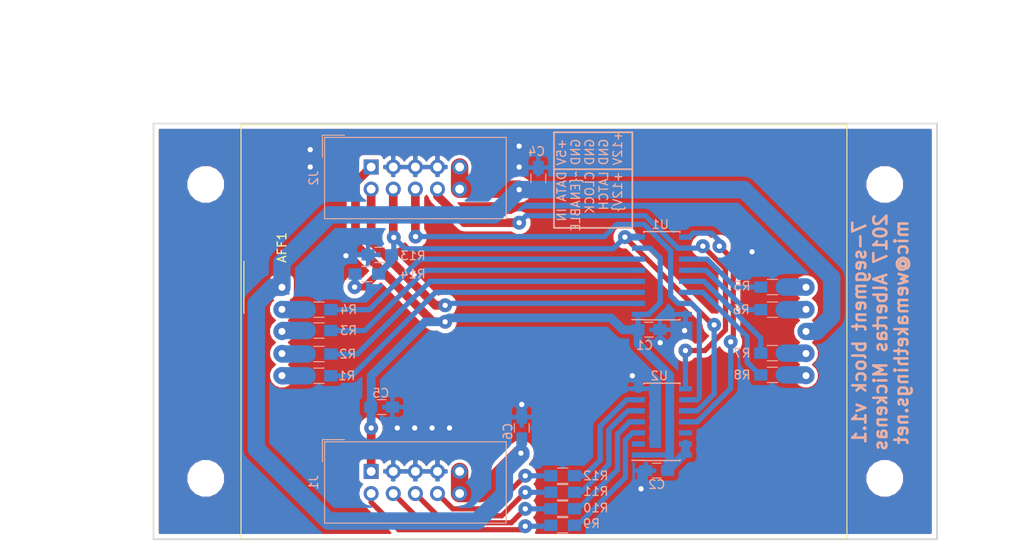
<source format=kicad_pcb>
(kicad_pcb (version 20171130) (host pcbnew no-vcs-found-b05a40e~61~ubuntu16.04.1)

  (general
    (thickness 1.6)
    (drawings 18)
    (tracks 276)
    (zones 0)
    (modules 28)
    (nets 33)
  )

  (page A4)
  (layers
    (0 F.Cu signal)
    (31 B.Cu signal)
    (32 B.Adhes user)
    (33 F.Adhes user)
    (34 B.Paste user)
    (35 F.Paste user)
    (36 B.SilkS user)
    (37 F.SilkS user)
    (38 B.Mask user)
    (39 F.Mask user)
    (40 Dwgs.User user)
    (41 Cmts.User user)
    (42 Eco1.User user)
    (43 Eco2.User user)
    (44 Edge.Cuts user)
    (45 Margin user)
    (46 B.CrtYd user)
    (47 F.CrtYd user)
    (48 B.Fab user hide)
    (49 F.Fab user)
  )

  (setup
    (last_trace_width 0.8)
    (user_trace_width 0.2)
    (user_trace_width 0.4)
    (user_trace_width 0.6)
    (user_trace_width 0.8)
    (user_trace_width 1)
    (user_trace_width 2)
    (trace_clearance 0.2)
    (zone_clearance 0.508)
    (zone_45_only no)
    (trace_min 0.2)
    (segment_width 0.2)
    (edge_width 0.15)
    (via_size 1.6)
    (via_drill 0.6)
    (via_min_size 0.4)
    (via_min_drill 0.3)
    (user_via 1.6 0.6)
    (uvia_size 0.3)
    (uvia_drill 0.1)
    (uvias_allowed no)
    (uvia_min_size 0.2)
    (uvia_min_drill 0.1)
    (pcb_text_width 0.3)
    (pcb_text_size 1.5 1.5)
    (mod_edge_width 0.15)
    (mod_text_size 1 1)
    (mod_text_width 0.15)
    (pad_size 3.2 3.2)
    (pad_drill 3.2)
    (pad_to_mask_clearance 0.2)
    (aux_axis_origin 0 0)
    (visible_elements FFFFFF7F)
    (pcbplotparams
      (layerselection 0x010fc_ffffffff)
      (usegerberextensions false)
      (usegerberattributes true)
      (usegerberadvancedattributes true)
      (creategerberjobfile true)
      (excludeedgelayer true)
      (linewidth 0.100000)
      (plotframeref false)
      (viasonmask false)
      (mode 1)
      (useauxorigin false)
      (hpglpennumber 1)
      (hpglpenspeed 20)
      (hpglpendiameter 15)
      (psnegative false)
      (psa4output false)
      (plotreference false)
      (plotvalue false)
      (plotinvisibletext false)
      (padsonsilk false)
      (subtractmaskfromsilk false)
      (outputformat 1)
      (mirror false)
      (drillshape 0)
      (scaleselection 1)
      (outputdirectory ./gerbers))
  )

  (net 0 "")
  (net 1 GND)
  (net 2 /SRCK)
  (net 3 /RCK)
  (net 4 "Net-(J1-Pad2)")
  (net 5 /~G)
  (net 6 /SER_IN)
  (net 7 +5V)
  (net 8 VCC)
  (net 9 "Net-(R7-Pad2)")
  (net 10 "Net-(R6-Pad2)")
  (net 11 "Net-(R1-Pad2)")
  (net 12 "Net-(R2-Pad2)")
  (net 13 "Net-(R3-Pad2)")
  (net 14 "Net-(R4-Pad2)")
  (net 15 "Net-(R5-Pad2)")
  (net 16 "Net-(R8-Pad2)")
  (net 17 "Net-(J1-Pad8)")
  (net 18 "Net-(J1-Pad6)")
  (net 19 "Net-(J1-Pad4)")
  (net 20 "Net-(R10-Pad1)")
  (net 21 "Net-(R12-Pad1)")
  (net 22 "Net-(R11-Pad1)")
  (net 23 "Net-(R9-Pad1)")
  (net 24 /SER_OUT)
  (net 25 /SEG_B)
  (net 26 /SEG_A)
  (net 27 /SEG_G)
  (net 28 /SEG_E)
  (net 29 /SEG_D)
  (net 30 /SEG_C)
  (net 31 /SEG_DP)
  (net 32 /SEG_F)

  (net_class Default "This is the default net class."
    (clearance 0.2)
    (trace_width 0.8)
    (via_dia 1.6)
    (via_drill 0.6)
    (uvia_dia 0.3)
    (uvia_drill 0.1)
    (add_net +5V)
    (add_net /RCK)
    (add_net /SEG_A)
    (add_net /SEG_B)
    (add_net /SEG_C)
    (add_net /SEG_D)
    (add_net /SEG_DP)
    (add_net /SEG_E)
    (add_net /SEG_F)
    (add_net /SEG_G)
    (add_net /SER_IN)
    (add_net /SER_OUT)
    (add_net /SRCK)
    (add_net /~G)
    (add_net GND)
    (add_net "Net-(J1-Pad2)")
    (add_net "Net-(J1-Pad4)")
    (add_net "Net-(J1-Pad6)")
    (add_net "Net-(J1-Pad8)")
    (add_net "Net-(R1-Pad2)")
    (add_net "Net-(R10-Pad1)")
    (add_net "Net-(R11-Pad1)")
    (add_net "Net-(R12-Pad1)")
    (add_net "Net-(R2-Pad2)")
    (add_net "Net-(R3-Pad2)")
    (add_net "Net-(R4-Pad2)")
    (add_net "Net-(R5-Pad2)")
    (add_net "Net-(R6-Pad2)")
    (add_net "Net-(R7-Pad2)")
    (add_net "Net-(R8-Pad2)")
    (add_net "Net-(R9-Pad1)")
    (add_net VCC)
  )

  (module Resistors_SMD:R_0805_HandSoldering (layer B.Cu) (tedit 58E0A804) (tstamp 5A3F9F96)
    (at 140.5 61.3 180)
    (descr "Resistor SMD 0805, hand soldering")
    (tags "resistor 0805")
    (path /5A3FF3B0)
    (attr smd)
    (fp_text reference R14 (at -5.3 0 180) (layer B.SilkS)
      (effects (font (size 1 1) (thickness 0.15)) (justify mirror))
    )
    (fp_text value 10k (at 0 -1.75 180) (layer B.Fab)
      (effects (font (size 1 1) (thickness 0.15)) (justify mirror))
    )
    (fp_line (start 2.35 -0.9) (end -2.35 -0.9) (layer B.CrtYd) (width 0.05))
    (fp_line (start 2.35 -0.9) (end 2.35 0.9) (layer B.CrtYd) (width 0.05))
    (fp_line (start -2.35 0.9) (end -2.35 -0.9) (layer B.CrtYd) (width 0.05))
    (fp_line (start -2.35 0.9) (end 2.35 0.9) (layer B.CrtYd) (width 0.05))
    (fp_line (start -0.6 0.88) (end 0.6 0.88) (layer B.SilkS) (width 0.12))
    (fp_line (start 0.6 -0.88) (end -0.6 -0.88) (layer B.SilkS) (width 0.12))
    (fp_line (start -1 0.62) (end 1 0.62) (layer B.Fab) (width 0.1))
    (fp_line (start 1 0.62) (end 1 -0.62) (layer B.Fab) (width 0.1))
    (fp_line (start 1 -0.62) (end -1 -0.62) (layer B.Fab) (width 0.1))
    (fp_line (start -1 -0.62) (end -1 0.62) (layer B.Fab) (width 0.1))
    (fp_text user %R (at 0 0 180) (layer B.Fab)
      (effects (font (size 0.5 0.5) (thickness 0.075)) (justify mirror))
    )
    (pad 2 smd rect (at 1.35 0 180) (size 1.5 1.3) (layers B.Cu B.Paste B.Mask)
      (net 7 +5V))
    (pad 1 smd rect (at -1.35 0 180) (size 1.5 1.3) (layers B.Cu B.Paste B.Mask)
      (net 5 /~G))
    (model ${KISYS3DMOD}/Resistors_SMD.3dshapes/R_0805.wrl
      (at (xyz 0 0 0))
      (scale (xyz 1 1 1))
      (rotate (xyz 0 0 0))
    )
  )

  (module Mounting_Holes:MountingHole_3.2mm_M3 (layer F.Cu) (tedit 5A3FA3F4) (tstamp 5A1517F9)
    (at 122 51)
    (descr "Mounting Hole 3.2mm, no annular, M3")
    (tags "mounting hole 3.2mm no annular m3")
    (path /5A13F4FD)
    (attr virtual)
    (fp_text reference MK2 (at 0 -4.2) (layer F.SilkS) hide
      (effects (font (size 1 1) (thickness 0.15)))
    )
    (fp_text value Mounting_Hole (at 0 4.2) (layer F.Fab)
      (effects (font (size 1 1) (thickness 0.15)))
    )
    (fp_text user %R (at 0.3 0) (layer F.Fab)
      (effects (font (size 1 1) (thickness 0.15)))
    )
    (fp_circle (center 0 0) (end 1.6 0) (layer Cmts.User) (width 0.15))
    (fp_circle (center 0 0) (end 3.45 0) (layer F.CrtYd) (width 0.05))
    (fp_line (start 5 0) (end -5 0) (layer Cmts.User) (width 0.1))
    (fp_line (start 0 -5) (end 0 5) (layer Cmts.User) (width 0.1))
    (pad 1 np_thru_hole circle (at 0 0) (size 3.2 3.2) (drill 3.2) (layers *.Cu *.Mask))
  )

  (module Mounting_Holes:MountingHole_3.2mm_M3 (layer F.Cu) (tedit 5A3FA3EE) (tstamp 5A1517F1)
    (at 122 84.8)
    (descr "Mounting Hole 3.2mm, no annular, M3")
    (tags "mounting hole 3.2mm no annular m3")
    (path /5A13F499)
    (attr virtual)
    (fp_text reference MK1 (at 0 -4.2) (layer F.SilkS) hide
      (effects (font (size 1 1) (thickness 0.15)))
    )
    (fp_text value Mounting_Hole (at 0 4.2) (layer F.Fab)
      (effects (font (size 1 1) (thickness 0.15)))
    )
    (fp_circle (center 0 0) (end 3.45 0) (layer F.CrtYd) (width 0.05))
    (fp_circle (center 0 0) (end 1.6 0) (layer Cmts.User) (width 0.15))
    (fp_text user %R (at 0.3 0) (layer F.Fab)
      (effects (font (size 1 1) (thickness 0.15)))
    )
    (fp_line (start 5 0) (end -5 0) (layer Cmts.User) (width 0.1))
    (fp_line (start 0 -5) (end 0 5) (layer Cmts.User) (width 0.1))
    (pad 1 np_thru_hole circle (at 0 0) (size 3.2 3.2) (drill 3.2) (layers *.Cu *.Mask))
  )

  (module Mounting_Holes:MountingHole_3.2mm_M3 (layer F.Cu) (tedit 5A3FA3FF) (tstamp 5A15198E)
    (at 200 84.8)
    (descr "Mounting Hole 3.2mm, no annular, M3")
    (tags "mounting hole 3.2mm no annular m3")
    (path /5A13F58C)
    (attr virtual)
    (fp_text reference MK4 (at 0 -4.2) (layer F.SilkS) hide
      (effects (font (size 1 1) (thickness 0.15)))
    )
    (fp_text value Mounting_Hole (at 0 4.2) (layer F.Fab)
      (effects (font (size 1 1) (thickness 0.15)))
    )
    (fp_text user %R (at 0.3 0) (layer F.Fab)
      (effects (font (size 1 1) (thickness 0.15)))
    )
    (fp_circle (center 0 0) (end 1.6 0) (layer Cmts.User) (width 0.15))
    (fp_circle (center 0 0) (end 3.45 0) (layer F.CrtYd) (width 0.05))
    (fp_line (start 5 0) (end -5 0) (layer Cmts.User) (width 0.1))
    (fp_line (start 0 5) (end 0 -5) (layer Cmts.User) (width 0.1))
    (pad 1 np_thru_hole circle (at 0 0) (size 3.2 3.2) (drill 3.2) (layers *.Cu *.Mask))
  )

  (module Mounting_Holes:MountingHole_3.2mm_M3 (layer F.Cu) (tedit 5A3FA3F8) (tstamp 5A151801)
    (at 200 51)
    (descr "Mounting Hole 3.2mm, no annular, M3")
    (tags "mounting hole 3.2mm no annular m3")
    (path /5A13F548)
    (attr virtual)
    (fp_text reference MK3 (at 0 -4.2) (layer F.SilkS) hide
      (effects (font (size 1 1) (thickness 0.15)))
    )
    (fp_text value Mounting_Hole (at 0 4.2) (layer F.Fab)
      (effects (font (size 1 1) (thickness 0.15)))
    )
    (fp_circle (center 0 0) (end 3.45 0) (layer F.CrtYd) (width 0.05))
    (fp_circle (center 0 0) (end 1.6 0) (layer Cmts.User) (width 0.15))
    (fp_text user %R (at 0.3 0) (layer F.Fab)
      (effects (font (size 1 1) (thickness 0.15)))
    )
    (fp_line (start 0 5) (end 0 -5) (layer Cmts.User) (width 0.1))
    (fp_line (start 5 0) (end -5 0) (layer Cmts.User) (width 0.1))
    (pad 1 np_thru_hole circle (at 0 0) (size 3.2 3.2) (drill 3.2) (layers *.Cu *.Mask))
  )

  (module Connectors_IDC:IDC-Header_2x05_Pitch2.54mm_Straight (layer B.Cu) (tedit 59DE0611) (tstamp 5A129E10)
    (at 141 84 270)
    (descr "10 pins through hole IDC header")
    (tags "IDC header socket VASCH")
    (path /5A12C4A6)
    (fp_text reference J1 (at 1.27 6.604 270) (layer B.SilkS)
      (effects (font (size 1 1) (thickness 0.15)) (justify mirror))
    )
    (fp_text value DATA_OUT (at 1.5 7 270) (layer B.Fab)
      (effects (font (size 1 1) (thickness 0.15)) (justify mirror))
    )
    (fp_line (start -3.655 5.6) (end -1.115 5.6) (layer B.SilkS) (width 0.12))
    (fp_line (start -3.655 5.6) (end -3.655 3.06) (layer B.SilkS) (width 0.12))
    (fp_line (start -3.405 5.35) (end 5.945 5.35) (layer B.SilkS) (width 0.12))
    (fp_line (start -3.405 -15.51) (end -3.405 5.35) (layer B.SilkS) (width 0.12))
    (fp_line (start 5.945 -15.51) (end -3.405 -15.51) (layer B.SilkS) (width 0.12))
    (fp_line (start 5.945 5.35) (end 5.945 -15.51) (layer B.SilkS) (width 0.12))
    (fp_line (start -3.91 5.85) (end 6.2 5.85) (layer B.CrtYd) (width 0.05))
    (fp_line (start -3.91 -15.76) (end -3.91 5.85) (layer B.CrtYd) (width 0.05))
    (fp_line (start 6.2 -15.76) (end -3.91 -15.76) (layer B.CrtYd) (width 0.05))
    (fp_line (start 6.2 5.85) (end 6.2 -15.76) (layer B.CrtYd) (width 0.05))
    (fp_line (start -3.155 -15.26) (end -2.605 -14.7) (layer B.Fab) (width 0.1))
    (fp_line (start -3.155 5.1) (end -2.605 4.56) (layer B.Fab) (width 0.1))
    (fp_line (start 5.695 -15.26) (end 5.145 -14.7) (layer B.Fab) (width 0.1))
    (fp_line (start 5.695 5.1) (end 5.145 4.56) (layer B.Fab) (width 0.1))
    (fp_line (start 5.145 -14.7) (end -2.605 -14.7) (layer B.Fab) (width 0.1))
    (fp_line (start 5.695 -15.26) (end -3.155 -15.26) (layer B.Fab) (width 0.1))
    (fp_line (start 5.145 4.56) (end -2.605 4.56) (layer B.Fab) (width 0.1))
    (fp_line (start 5.695 5.1) (end -3.155 5.1) (layer B.Fab) (width 0.1))
    (fp_line (start -2.605 -7.33) (end -3.155 -7.33) (layer B.Fab) (width 0.1))
    (fp_line (start -2.605 -2.83) (end -3.155 -2.83) (layer B.Fab) (width 0.1))
    (fp_line (start -2.605 -7.33) (end -2.605 -14.7) (layer B.Fab) (width 0.1))
    (fp_line (start -2.605 4.56) (end -2.605 -2.83) (layer B.Fab) (width 0.1))
    (fp_line (start -3.155 5.1) (end -3.155 -15.26) (layer B.Fab) (width 0.1))
    (fp_line (start 5.145 4.56) (end 5.145 -14.7) (layer B.Fab) (width 0.1))
    (fp_line (start 5.695 5.1) (end 5.695 -15.26) (layer B.Fab) (width 0.1))
    (fp_text user %R (at 1.27 -5.08 270) (layer B.Fab)
      (effects (font (size 1 1) (thickness 0.15)) (justify mirror))
    )
    (pad 10 thru_hole oval (at 2.54 -10.16 270) (size 1.7272 1.7272) (drill 1.016) (layers *.Cu *.Mask)
      (net 8 VCC))
    (pad 9 thru_hole oval (at 0 -10.16 270) (size 1.7272 1.7272) (drill 1.016) (layers *.Cu *.Mask)
      (net 8 VCC))
    (pad 8 thru_hole oval (at 2.54 -7.62 270) (size 1.7272 1.7272) (drill 1.016) (layers *.Cu *.Mask)
      (net 17 "Net-(J1-Pad8)"))
    (pad 7 thru_hole oval (at 0 -7.62 270) (size 1.7272 1.7272) (drill 1.016) (layers *.Cu *.Mask)
      (net 1 GND))
    (pad 6 thru_hole oval (at 2.54 -5.08 270) (size 1.7272 1.7272) (drill 1.016) (layers *.Cu *.Mask)
      (net 18 "Net-(J1-Pad6)"))
    (pad 5 thru_hole oval (at 0 -5.08 270) (size 1.7272 1.7272) (drill 1.016) (layers *.Cu *.Mask)
      (net 1 GND))
    (pad 4 thru_hole oval (at 2.54 -2.54 270) (size 1.7272 1.7272) (drill 1.016) (layers *.Cu *.Mask)
      (net 19 "Net-(J1-Pad4)"))
    (pad 3 thru_hole oval (at 0 -2.54 270) (size 1.7272 1.7272) (drill 1.016) (layers *.Cu *.Mask)
      (net 1 GND))
    (pad 2 thru_hole oval (at 2.54 0 270) (size 1.7272 1.7272) (drill 1.016) (layers *.Cu *.Mask)
      (net 4 "Net-(J1-Pad2)"))
    (pad 1 thru_hole rect (at 0 0 270) (size 1.7272 1.7272) (drill 1.016) (layers *.Cu *.Mask)
      (net 7 +5V))
    (model ${KISYS3DMOD}/Connectors_IDC.3dshapes/IDC-Header_2x05_Pitch2.54mm_Straight.wrl
      (at (xyz 0 0 0))
      (scale (xyz 1 1 1))
      (rotate (xyz 0 0 0))
    )
  )

  (module Capacitors_SMD:C_0805_HandSoldering (layer B.Cu) (tedit 58AA84A8) (tstamp 5A12AD7E)
    (at 160.2 50.3 90)
    (descr "Capacitor SMD 0805, hand soldering")
    (tags "capacitor 0805")
    (path /5A164C6D)
    (attr smd)
    (fp_text reference C4 (at 3.1 -0.2 180) (layer B.SilkS)
      (effects (font (size 1 1) (thickness 0.15)) (justify mirror))
    )
    (fp_text value C (at 0 -1.75 90) (layer B.Fab)
      (effects (font (size 1 1) (thickness 0.15)) (justify mirror))
    )
    (fp_line (start 2.25 -0.87) (end -2.25 -0.87) (layer B.CrtYd) (width 0.05))
    (fp_line (start 2.25 -0.87) (end 2.25 0.88) (layer B.CrtYd) (width 0.05))
    (fp_line (start -2.25 0.88) (end -2.25 -0.87) (layer B.CrtYd) (width 0.05))
    (fp_line (start -2.25 0.88) (end 2.25 0.88) (layer B.CrtYd) (width 0.05))
    (fp_line (start -0.5 -0.85) (end 0.5 -0.85) (layer B.SilkS) (width 0.12))
    (fp_line (start 0.5 0.85) (end -0.5 0.85) (layer B.SilkS) (width 0.12))
    (fp_line (start -1 0.62) (end 1 0.62) (layer B.Fab) (width 0.1))
    (fp_line (start 1 0.62) (end 1 -0.62) (layer B.Fab) (width 0.1))
    (fp_line (start 1 -0.62) (end -1 -0.62) (layer B.Fab) (width 0.1))
    (fp_line (start -1 -0.62) (end -1 0.62) (layer B.Fab) (width 0.1))
    (fp_text user %R (at 0 1.75 90) (layer B.Fab)
      (effects (font (size 1 1) (thickness 0.15)) (justify mirror))
    )
    (pad 2 smd rect (at 1.25 0 90) (size 1.5 1.25) (layers B.Cu B.Paste B.Mask)
      (net 1 GND))
    (pad 1 smd rect (at -1.25 0 90) (size 1.5 1.25) (layers B.Cu B.Paste B.Mask)
      (net 8 VCC))
    (model Capacitors_SMD.3dshapes/C_0805.wrl
      (at (xyz 0 0 0))
      (scale (xyz 1 1 1))
      (rotate (xyz 0 0 0))
    )
  )

  (module Capacitors_SMD:C_0805_HandSoldering (layer B.Cu) (tedit 58AA84A8) (tstamp 5A12AD6D)
    (at 142.2 76.6)
    (descr "Capacitor SMD 0805, hand soldering")
    (tags "capacitor 0805")
    (path /5A15CF62)
    (attr smd)
    (fp_text reference C5 (at -0.1 -1.6 180) (layer B.SilkS)
      (effects (font (size 1 1) (thickness 0.15)) (justify mirror))
    )
    (fp_text value C (at 0 -1.75) (layer B.Fab)
      (effects (font (size 1 1) (thickness 0.15)) (justify mirror))
    )
    (fp_text user %R (at 0 1.75) (layer B.Fab)
      (effects (font (size 1 1) (thickness 0.15)) (justify mirror))
    )
    (fp_line (start -1 -0.62) (end -1 0.62) (layer B.Fab) (width 0.1))
    (fp_line (start 1 -0.62) (end -1 -0.62) (layer B.Fab) (width 0.1))
    (fp_line (start 1 0.62) (end 1 -0.62) (layer B.Fab) (width 0.1))
    (fp_line (start -1 0.62) (end 1 0.62) (layer B.Fab) (width 0.1))
    (fp_line (start 0.5 0.85) (end -0.5 0.85) (layer B.SilkS) (width 0.12))
    (fp_line (start -0.5 -0.85) (end 0.5 -0.85) (layer B.SilkS) (width 0.12))
    (fp_line (start -2.25 0.88) (end 2.25 0.88) (layer B.CrtYd) (width 0.05))
    (fp_line (start -2.25 0.88) (end -2.25 -0.87) (layer B.CrtYd) (width 0.05))
    (fp_line (start 2.25 -0.87) (end 2.25 0.88) (layer B.CrtYd) (width 0.05))
    (fp_line (start 2.25 -0.87) (end -2.25 -0.87) (layer B.CrtYd) (width 0.05))
    (pad 1 smd rect (at -1.25 0) (size 1.5 1.25) (layers B.Cu B.Paste B.Mask)
      (net 7 +5V))
    (pad 2 smd rect (at 1.25 0) (size 1.5 1.25) (layers B.Cu B.Paste B.Mask)
      (net 1 GND))
    (model Capacitors_SMD.3dshapes/C_0805.wrl
      (at (xyz 0 0 0))
      (scale (xyz 1 1 1))
      (rotate (xyz 0 0 0))
    )
  )

  (module Capacitors_SMD:C_0805_HandSoldering (layer B.Cu) (tedit 58AA84A8) (tstamp 5A12AD5C)
    (at 158.3 79 90)
    (descr "Capacitor SMD 0805, hand soldering")
    (tags "capacitor 0805")
    (path /5A16E06E)
    (attr smd)
    (fp_text reference C6 (at -0.4 -1.6 270) (layer B.SilkS)
      (effects (font (size 1 1) (thickness 0.15)) (justify mirror))
    )
    (fp_text value C (at 0 -1.75 90) (layer B.Fab)
      (effects (font (size 1 1) (thickness 0.15)) (justify mirror))
    )
    (fp_line (start 2.25 -0.87) (end -2.25 -0.87) (layer B.CrtYd) (width 0.05))
    (fp_line (start 2.25 -0.87) (end 2.25 0.88) (layer B.CrtYd) (width 0.05))
    (fp_line (start -2.25 0.88) (end -2.25 -0.87) (layer B.CrtYd) (width 0.05))
    (fp_line (start -2.25 0.88) (end 2.25 0.88) (layer B.CrtYd) (width 0.05))
    (fp_line (start -0.5 -0.85) (end 0.5 -0.85) (layer B.SilkS) (width 0.12))
    (fp_line (start 0.5 0.85) (end -0.5 0.85) (layer B.SilkS) (width 0.12))
    (fp_line (start -1 0.62) (end 1 0.62) (layer B.Fab) (width 0.1))
    (fp_line (start 1 0.62) (end 1 -0.62) (layer B.Fab) (width 0.1))
    (fp_line (start 1 -0.62) (end -1 -0.62) (layer B.Fab) (width 0.1))
    (fp_line (start -1 -0.62) (end -1 0.62) (layer B.Fab) (width 0.1))
    (fp_text user %R (at 0 1.75 90) (layer B.Fab)
      (effects (font (size 1 1) (thickness 0.15)) (justify mirror))
    )
    (pad 2 smd rect (at 1.25 0 90) (size 1.5 1.25) (layers B.Cu B.Paste B.Mask)
      (net 1 GND))
    (pad 1 smd rect (at -1.25 0 90) (size 1.5 1.25) (layers B.Cu B.Paste B.Mask)
      (net 8 VCC))
    (model Capacitors_SMD.3dshapes/C_0805.wrl
      (at (xyz 0 0 0))
      (scale (xyz 1 1 1))
      (rotate (xyz 0 0 0))
    )
  )

  (module Resistors_SMD:R_0805_HandSoldering (layer B.Cu) (tedit 58E0A804) (tstamp 5A12AAB9)
    (at 142 59.1 180)
    (descr "Resistor SMD 0805, hand soldering")
    (tags "resistor 0805")
    (path /5A17D5AB)
    (attr smd)
    (fp_text reference R13 (at -3.8 -0.1 180) (layer B.SilkS)
      (effects (font (size 1 1) (thickness 0.15)) (justify mirror))
    )
    (fp_text value 10k (at 0 -1.75 180) (layer B.Fab)
      (effects (font (size 1 1) (thickness 0.15)) (justify mirror))
    )
    (fp_line (start 2.35 -0.9) (end -2.35 -0.9) (layer B.CrtYd) (width 0.05))
    (fp_line (start 2.35 -0.9) (end 2.35 0.9) (layer B.CrtYd) (width 0.05))
    (fp_line (start -2.35 0.9) (end -2.35 -0.9) (layer B.CrtYd) (width 0.05))
    (fp_line (start -2.35 0.9) (end 2.35 0.9) (layer B.CrtYd) (width 0.05))
    (fp_line (start -0.6 0.88) (end 0.6 0.88) (layer B.SilkS) (width 0.12))
    (fp_line (start 0.6 -0.88) (end -0.6 -0.88) (layer B.SilkS) (width 0.12))
    (fp_line (start -1 0.62) (end 1 0.62) (layer B.Fab) (width 0.1))
    (fp_line (start 1 0.62) (end 1 -0.62) (layer B.Fab) (width 0.1))
    (fp_line (start 1 -0.62) (end -1 -0.62) (layer B.Fab) (width 0.1))
    (fp_line (start -1 -0.62) (end -1 0.62) (layer B.Fab) (width 0.1))
    (fp_text user %R (at 0 0 180) (layer B.Fab)
      (effects (font (size 0.5 0.5) (thickness 0.075)) (justify mirror))
    )
    (pad 2 smd rect (at 1.35 0 180) (size 1.5 1.3) (layers B.Cu B.Paste B.Mask)
      (net 1 GND))
    (pad 1 smd rect (at -1.35 0 180) (size 1.5 1.3) (layers B.Cu B.Paste B.Mask)
      (net 5 /~G))
    (model ${KISYS3DMOD}/Resistors_SMD.3dshapes/R_0805.wrl
      (at (xyz 0 0 0))
      (scale (xyz 1 1 1))
      (rotate (xyz 0 0 0))
    )
  )

  (module Displays_7-Segment:SBC18-11SURKCGKWA locked (layer F.Cu) (tedit 5A12A0BE) (tstamp 5A14C59C)
    (at 130.75 62.825)
    (descr "http://www.kingbright.com/attachments/file/psearch/000/00/00/SBC18-11SURKCGKWA(Ver.6A).pdf")
    (tags "single digit 7 segemnt red/green LED")
    (path /5A11C4BA)
    (fp_text reference AFF1 (at 0 -4.575 90) (layer F.SilkS)
      (effects (font (size 1 1) (thickness 0.15)))
    )
    (fp_text value OPD-S23010LE (at -2.75 7.175 90) (layer F.Fab)
      (effects (font (size 1 1) (thickness 0.15)))
    )
    (fp_line (start -2.87 0) (end -3.87 -1) (layer F.Fab) (width 0.1))
    (fp_line (start -3.87 1) (end -2.87 0) (layer F.Fab) (width 0.1))
    (fp_text user %R (at 24.45 5.3) (layer F.Fab)
      (effects (font (size 1 1) (thickness 0.15)))
    )
    (fp_line (start -4.7 28.9) (end -4.7 -18.7) (layer F.SilkS) (width 0.12))
    (fp_line (start 64.9 28.9) (end -4.7 28.9) (layer F.SilkS) (width 0.12))
    (fp_line (start 64.9 -18.7) (end 64.9 28.9) (layer F.SilkS) (width 0.12))
    (fp_line (start -4.7 -18.7) (end 64.9 -18.7) (layer F.SilkS) (width 0.12))
    (fp_line (start -4.37 -3) (end -4.37 3) (layer F.SilkS) (width 0.12))
    (fp_line (start -4.75 28.98) (end -4.75 -18.82) (layer F.CrtYd) (width 0.05))
    (fp_line (start 64.95 28.98) (end -4.75 28.98) (layer F.CrtYd) (width 0.05))
    (fp_line (start 64.95 -18.82) (end 64.95 28.98) (layer F.CrtYd) (width 0.05))
    (fp_line (start -4.75 -18.82) (end 64.95 -18.82) (layer F.CrtYd) (width 0.05))
    (pad 10 thru_hole circle (at 60.2 0) (size 1.7 1.7) (drill 0.8) (layers *.Cu *.Mask)
      (net 27 /SEG_G))
    (pad 9 thru_hole circle (at 60.2 2.54) (size 1.7 1.7) (drill 0.8) (layers *.Cu *.Mask)
      (net 32 /SEG_F))
    (pad 8 thru_hole circle (at 60.2 5.08) (size 1.7 1.7) (drill 0.8) (layers *.Cu *.Mask)
      (net 8 VCC))
    (pad 7 thru_hole circle (at 60.2 7.62) (size 1.7 1.7) (drill 0.8) (layers *.Cu *.Mask)
      (net 26 /SEG_A))
    (pad 6 thru_hole circle (at 60.2 10.16) (size 1.7 1.7) (drill 0.8) (layers *.Cu *.Mask)
      (net 25 /SEG_B))
    (pad 5 thru_hole circle (at 0 10.16) (size 1.7 1.7) (drill 0.8) (layers *.Cu *.Mask)
      (net 31 /SEG_DP))
    (pad 4 thru_hole circle (at 0 7.62) (size 1.7 1.7) (drill 0.8) (layers *.Cu *.Mask)
      (net 30 /SEG_C))
    (pad 3 thru_hole circle (at 0 5.08) (size 1.7 1.7) (drill 0.8) (layers *.Cu *.Mask)
      (net 29 /SEG_D))
    (pad 2 thru_hole circle (at 0 2.54) (size 1.7 1.7) (drill 0.8) (layers *.Cu *.Mask)
      (net 28 /SEG_E))
    (pad 1 thru_hole rect (at 0 0) (size 1.7 1.7) (drill 0.8) (layers *.Cu *.Mask)
      (net 8 VCC))
    (model "${KIPRJMOD}/3d/User Library-SA23-11.STEP"
      (offset (xyz 29.99999954944522 -4.999999924907534 0))
      (scale (xyz 1 1 1))
      (rotate (xyz 0 0 90))
    )
  )

  (module Capacitors_SMD:C_0805_HandSoldering (layer B.Cu) (tedit 58AA84A8) (tstamp 5A128D3D)
    (at 173.8 83.9 180)
    (descr "Capacitor SMD 0805, hand soldering")
    (tags "capacitor 0805")
    (path /5A142806)
    (attr smd)
    (fp_text reference C2 (at 0 -1.6 180) (layer B.SilkS)
      (effects (font (size 1 1) (thickness 0.15)) (justify mirror))
    )
    (fp_text value C (at 0 -1.75 180) (layer B.Fab)
      (effects (font (size 1 1) (thickness 0.15)) (justify mirror))
    )
    (fp_line (start 2.25 -0.87) (end -2.25 -0.87) (layer B.CrtYd) (width 0.05))
    (fp_line (start 2.25 -0.87) (end 2.25 0.88) (layer B.CrtYd) (width 0.05))
    (fp_line (start -2.25 0.88) (end -2.25 -0.87) (layer B.CrtYd) (width 0.05))
    (fp_line (start -2.25 0.88) (end 2.25 0.88) (layer B.CrtYd) (width 0.05))
    (fp_line (start -0.5 -0.85) (end 0.5 -0.85) (layer B.SilkS) (width 0.12))
    (fp_line (start 0.5 0.85) (end -0.5 0.85) (layer B.SilkS) (width 0.12))
    (fp_line (start -1 0.62) (end 1 0.62) (layer B.Fab) (width 0.1))
    (fp_line (start 1 0.62) (end 1 -0.62) (layer B.Fab) (width 0.1))
    (fp_line (start 1 -0.62) (end -1 -0.62) (layer B.Fab) (width 0.1))
    (fp_line (start -1 -0.62) (end -1 0.62) (layer B.Fab) (width 0.1))
    (fp_text user %R (at -0.2 -0.1 180) (layer B.Fab)
      (effects (font (size 1 1) (thickness 0.15)) (justify mirror))
    )
    (pad 2 smd rect (at 1.25 0 180) (size 1.5 1.25) (layers B.Cu B.Paste B.Mask)
      (net 1 GND))
    (pad 1 smd rect (at -1.25 0 180) (size 1.5 1.25) (layers B.Cu B.Paste B.Mask)
      (net 7 +5V))
    (model Capacitors_SMD.3dshapes/C_0805.wrl
      (at (xyz 0 0 0))
      (scale (xyz 1 1 1))
      (rotate (xyz 0 0 0))
    )
  )

  (module Resistors_SMD:R_0805_HandSoldering (layer B.Cu) (tedit 58E0A804) (tstamp 5A129849)
    (at 163 90.19 180)
    (descr "Resistor SMD 0805, hand soldering")
    (tags "resistor 0805")
    (path /5A17D638)
    (attr smd)
    (fp_text reference R9 (at -3.3 0.19 180) (layer B.SilkS)
      (effects (font (size 1 1) (thickness 0.15)) (justify mirror))
    )
    (fp_text value 100 (at -3.5 0.19 180) (layer B.Fab)
      (effects (font (size 1 1) (thickness 0.15)) (justify mirror))
    )
    (fp_text user %R (at 0 0 180) (layer B.Fab)
      (effects (font (size 0.5 0.5) (thickness 0.075)) (justify mirror))
    )
    (fp_line (start -1 -0.62) (end -1 0.62) (layer B.Fab) (width 0.1))
    (fp_line (start 1 -0.62) (end -1 -0.62) (layer B.Fab) (width 0.1))
    (fp_line (start 1 0.62) (end 1 -0.62) (layer B.Fab) (width 0.1))
    (fp_line (start -1 0.62) (end 1 0.62) (layer B.Fab) (width 0.1))
    (fp_line (start 0.6 -0.88) (end -0.6 -0.88) (layer B.SilkS) (width 0.12))
    (fp_line (start -0.6 0.88) (end 0.6 0.88) (layer B.SilkS) (width 0.12))
    (fp_line (start -2.35 0.9) (end 2.35 0.9) (layer B.CrtYd) (width 0.05))
    (fp_line (start -2.35 0.9) (end -2.35 -0.9) (layer B.CrtYd) (width 0.05))
    (fp_line (start 2.35 -0.9) (end 2.35 0.9) (layer B.CrtYd) (width 0.05))
    (fp_line (start 2.35 -0.9) (end -2.35 -0.9) (layer B.CrtYd) (width 0.05))
    (pad 1 smd rect (at -1.35 0 180) (size 1.5 1.3) (layers B.Cu B.Paste B.Mask)
      (net 23 "Net-(R9-Pad1)"))
    (pad 2 smd rect (at 1.35 0 180) (size 1.5 1.3) (layers B.Cu B.Paste B.Mask)
      (net 4 "Net-(J1-Pad2)"))
    (model ${KISYS3DMOD}/Resistors_SMD.3dshapes/R_0805.wrl
      (at (xyz 0 0 0))
      (scale (xyz 1 1 1))
      (rotate (xyz 0 0 0))
    )
  )

  (module Resistors_SMD:R_0805_HandSoldering (layer B.Cu) (tedit 58E0A804) (tstamp 5A129819)
    (at 163 86.39 180)
    (descr "Resistor SMD 0805, hand soldering")
    (tags "resistor 0805")
    (path /5A17D736)
    (attr smd)
    (fp_text reference R11 (at -3.8 0.09 180) (layer B.SilkS)
      (effects (font (size 1 1) (thickness 0.15)) (justify mirror))
    )
    (fp_text value 100 (at -3.5 0.39 180) (layer B.Fab)
      (effects (font (size 1 1) (thickness 0.15)) (justify mirror))
    )
    (fp_line (start 2.35 -0.9) (end -2.35 -0.9) (layer B.CrtYd) (width 0.05))
    (fp_line (start 2.35 -0.9) (end 2.35 0.9) (layer B.CrtYd) (width 0.05))
    (fp_line (start -2.35 0.9) (end -2.35 -0.9) (layer B.CrtYd) (width 0.05))
    (fp_line (start -2.35 0.9) (end 2.35 0.9) (layer B.CrtYd) (width 0.05))
    (fp_line (start -0.6 0.88) (end 0.6 0.88) (layer B.SilkS) (width 0.12))
    (fp_line (start 0.6 -0.88) (end -0.6 -0.88) (layer B.SilkS) (width 0.12))
    (fp_line (start -1 0.62) (end 1 0.62) (layer B.Fab) (width 0.1))
    (fp_line (start 1 0.62) (end 1 -0.62) (layer B.Fab) (width 0.1))
    (fp_line (start 1 -0.62) (end -1 -0.62) (layer B.Fab) (width 0.1))
    (fp_line (start -1 -0.62) (end -1 0.62) (layer B.Fab) (width 0.1))
    (fp_text user %R (at 0 0 180) (layer B.Fab)
      (effects (font (size 0.5 0.5) (thickness 0.075)) (justify mirror))
    )
    (pad 2 smd rect (at 1.35 0 180) (size 1.5 1.3) (layers B.Cu B.Paste B.Mask)
      (net 18 "Net-(J1-Pad6)"))
    (pad 1 smd rect (at -1.35 0 180) (size 1.5 1.3) (layers B.Cu B.Paste B.Mask)
      (net 22 "Net-(R11-Pad1)"))
    (model ${KISYS3DMOD}/Resistors_SMD.3dshapes/R_0805.wrl
      (at (xyz 0 0 0))
      (scale (xyz 1 1 1))
      (rotate (xyz 0 0 0))
    )
  )

  (module Resistors_SMD:R_0805_HandSoldering (layer B.Cu) (tedit 58E0A804) (tstamp 5A1297E9)
    (at 163 84.49 180)
    (descr "Resistor SMD 0805, hand soldering")
    (tags "resistor 0805")
    (path /5A17D784)
    (attr smd)
    (fp_text reference R12 (at -3.8 -0.01 180) (layer B.SilkS)
      (effects (font (size 1 1) (thickness 0.15)) (justify mirror))
    )
    (fp_text value 100 (at -3.5 -0.01 180) (layer B.Fab)
      (effects (font (size 1 1) (thickness 0.15)) (justify mirror))
    )
    (fp_text user %R (at 0 0 180) (layer B.Fab)
      (effects (font (size 0.5 0.5) (thickness 0.075)) (justify mirror))
    )
    (fp_line (start -1 -0.62) (end -1 0.62) (layer B.Fab) (width 0.1))
    (fp_line (start 1 -0.62) (end -1 -0.62) (layer B.Fab) (width 0.1))
    (fp_line (start 1 0.62) (end 1 -0.62) (layer B.Fab) (width 0.1))
    (fp_line (start -1 0.62) (end 1 0.62) (layer B.Fab) (width 0.1))
    (fp_line (start 0.6 -0.88) (end -0.6 -0.88) (layer B.SilkS) (width 0.12))
    (fp_line (start -0.6 0.88) (end 0.6 0.88) (layer B.SilkS) (width 0.12))
    (fp_line (start -2.35 0.9) (end 2.35 0.9) (layer B.CrtYd) (width 0.05))
    (fp_line (start -2.35 0.9) (end -2.35 -0.9) (layer B.CrtYd) (width 0.05))
    (fp_line (start 2.35 -0.9) (end 2.35 0.9) (layer B.CrtYd) (width 0.05))
    (fp_line (start 2.35 -0.9) (end -2.35 -0.9) (layer B.CrtYd) (width 0.05))
    (pad 1 smd rect (at -1.35 0 180) (size 1.5 1.3) (layers B.Cu B.Paste B.Mask)
      (net 21 "Net-(R12-Pad1)"))
    (pad 2 smd rect (at 1.35 0 180) (size 1.5 1.3) (layers B.Cu B.Paste B.Mask)
      (net 17 "Net-(J1-Pad8)"))
    (model ${KISYS3DMOD}/Resistors_SMD.3dshapes/R_0805.wrl
      (at (xyz 0 0 0))
      (scale (xyz 1 1 1))
      (rotate (xyz 0 0 0))
    )
  )

  (module Resistors_SMD:R_0805_HandSoldering (layer B.Cu) (tedit 58E0A804) (tstamp 5A12988B)
    (at 163 88.29 180)
    (descr "Resistor SMD 0805, hand soldering")
    (tags "resistor 0805")
    (path /5A17D6EE)
    (attr smd)
    (fp_text reference R10 (at -3.8 0.09 180) (layer B.SilkS)
      (effects (font (size 1 1) (thickness 0.15)) (justify mirror))
    )
    (fp_text value 100 (at -3.5 0.29 180) (layer B.Fab)
      (effects (font (size 1 1) (thickness 0.15)) (justify mirror))
    )
    (fp_line (start 2.35 -0.9) (end -2.35 -0.9) (layer B.CrtYd) (width 0.05))
    (fp_line (start 2.35 -0.9) (end 2.35 0.9) (layer B.CrtYd) (width 0.05))
    (fp_line (start -2.35 0.9) (end -2.35 -0.9) (layer B.CrtYd) (width 0.05))
    (fp_line (start -2.35 0.9) (end 2.35 0.9) (layer B.CrtYd) (width 0.05))
    (fp_line (start -0.6 0.88) (end 0.6 0.88) (layer B.SilkS) (width 0.12))
    (fp_line (start 0.6 -0.88) (end -0.6 -0.88) (layer B.SilkS) (width 0.12))
    (fp_line (start -1 0.62) (end 1 0.62) (layer B.Fab) (width 0.1))
    (fp_line (start 1 0.62) (end 1 -0.62) (layer B.Fab) (width 0.1))
    (fp_line (start 1 -0.62) (end -1 -0.62) (layer B.Fab) (width 0.1))
    (fp_line (start -1 -0.62) (end -1 0.62) (layer B.Fab) (width 0.1))
    (fp_text user %R (at 0 0 180) (layer B.Fab)
      (effects (font (size 0.5 0.5) (thickness 0.075)) (justify mirror))
    )
    (pad 2 smd rect (at 1.35 0 180) (size 1.5 1.3) (layers B.Cu B.Paste B.Mask)
      (net 19 "Net-(J1-Pad4)"))
    (pad 1 smd rect (at -1.35 0 180) (size 1.5 1.3) (layers B.Cu B.Paste B.Mask)
      (net 20 "Net-(R10-Pad1)"))
    (model ${KISYS3DMOD}/Resistors_SMD.3dshapes/R_0805.wrl
      (at (xyz 0 0 0))
      (scale (xyz 1 1 1))
      (rotate (xyz 0 0 0))
    )
  )

  (module Housings_SOIC:SOIC-14_3.9x8.7mm_Pitch1.27mm (layer B.Cu) (tedit 58CC8F64) (tstamp 5A128E90)
    (at 174.4 78.3)
    (descr "14-Lead Plastic Small Outline (SL) - Narrow, 3.90 mm Body [SOIC] (see Microchip Packaging Specification 00000049BS.pdf)")
    (tags "SOIC 1.27")
    (path /5A1AFDE1)
    (attr smd)
    (fp_text reference U2 (at -0.3 -5.3 180) (layer B.SilkS)
      (effects (font (size 1 1) (thickness 0.15)) (justify mirror))
    )
    (fp_text value 74LS243 (at 0 -5.375) (layer B.Fab)
      (effects (font (size 1 1) (thickness 0.15)) (justify mirror))
    )
    (fp_line (start -2.075 4.425) (end -3.45 4.425) (layer B.SilkS) (width 0.15))
    (fp_line (start -2.075 -4.45) (end 2.075 -4.45) (layer B.SilkS) (width 0.15))
    (fp_line (start -2.075 4.45) (end 2.075 4.45) (layer B.SilkS) (width 0.15))
    (fp_line (start -2.075 -4.45) (end -2.075 -4.335) (layer B.SilkS) (width 0.15))
    (fp_line (start 2.075 -4.45) (end 2.075 -4.335) (layer B.SilkS) (width 0.15))
    (fp_line (start 2.075 4.45) (end 2.075 4.335) (layer B.SilkS) (width 0.15))
    (fp_line (start -2.075 4.45) (end -2.075 4.425) (layer B.SilkS) (width 0.15))
    (fp_line (start -3.7 -4.65) (end 3.7 -4.65) (layer B.CrtYd) (width 0.05))
    (fp_line (start -3.7 4.65) (end 3.7 4.65) (layer B.CrtYd) (width 0.05))
    (fp_line (start 3.7 4.65) (end 3.7 -4.65) (layer B.CrtYd) (width 0.05))
    (fp_line (start -3.7 4.65) (end -3.7 -4.65) (layer B.CrtYd) (width 0.05))
    (fp_line (start -1.95 3.35) (end -0.95 4.35) (layer B.Fab) (width 0.15))
    (fp_line (start -1.95 -4.35) (end -1.95 3.35) (layer B.Fab) (width 0.15))
    (fp_line (start 1.95 -4.35) (end -1.95 -4.35) (layer B.Fab) (width 0.15))
    (fp_line (start 1.95 4.35) (end 1.95 -4.35) (layer B.Fab) (width 0.15))
    (fp_line (start -0.95 4.35) (end 1.95 4.35) (layer B.Fab) (width 0.15))
    (fp_text user %R (at 0 0) (layer B.Fab)
      (effects (font (size 0.9 0.9) (thickness 0.135)) (justify mirror))
    )
    (pad 14 smd rect (at 2.7 3.81) (size 1.5 0.6) (layers B.Cu B.Paste B.Mask)
      (net 7 +5V))
    (pad 13 smd rect (at 2.7 2.54) (size 1.5 0.6) (layers B.Cu B.Paste B.Mask)
      (net 7 +5V))
    (pad 12 smd rect (at 2.7 1.27) (size 1.5 0.6) (layers B.Cu B.Paste B.Mask))
    (pad 11 smd rect (at 2.7 0) (size 1.5 0.6) (layers B.Cu B.Paste B.Mask)
      (net 24 /SER_OUT))
    (pad 10 smd rect (at 2.7 -1.27) (size 1.5 0.6) (layers B.Cu B.Paste B.Mask)
      (net 5 /~G))
    (pad 9 smd rect (at 2.7 -2.54) (size 1.5 0.6) (layers B.Cu B.Paste B.Mask)
      (net 2 /SRCK))
    (pad 8 smd rect (at 2.7 -3.81) (size 1.5 0.6) (layers B.Cu B.Paste B.Mask)
      (net 3 /RCK))
    (pad 7 smd rect (at -2.7 -3.81) (size 1.5 0.6) (layers B.Cu B.Paste B.Mask)
      (net 1 GND))
    (pad 6 smd rect (at -2.7 -2.54) (size 1.5 0.6) (layers B.Cu B.Paste B.Mask)
      (net 21 "Net-(R12-Pad1)"))
    (pad 5 smd rect (at -2.7 -1.27) (size 1.5 0.6) (layers B.Cu B.Paste B.Mask)
      (net 22 "Net-(R11-Pad1)"))
    (pad 4 smd rect (at -2.7 0) (size 1.5 0.6) (layers B.Cu B.Paste B.Mask)
      (net 20 "Net-(R10-Pad1)"))
    (pad 3 smd rect (at -2.7 1.27) (size 1.5 0.6) (layers B.Cu B.Paste B.Mask)
      (net 23 "Net-(R9-Pad1)"))
    (pad 2 smd rect (at -2.7 2.54) (size 1.5 0.6) (layers B.Cu B.Paste B.Mask))
    (pad 1 smd rect (at -2.7 3.81) (size 1.5 0.6) (layers B.Cu B.Paste B.Mask)
      (net 7 +5V))
    (model ${KISYS3DMOD}/Housings_SOIC.3dshapes/SOIC-14_3.9x8.7mm_Pitch1.27mm.wrl
      (at (xyz 0 0 0))
      (scale (xyz 1 1 1))
      (rotate (xyz 0 0 0))
    )
  )

  (module Capacitors_SMD:C_0805_HandSoldering (layer B.Cu) (tedit 58AA84A8) (tstamp 5A151FBC)
    (at 172.9 67.7)
    (descr "Capacitor SMD 0805, hand soldering")
    (tags "capacitor 0805")
    (path /5A11C96D)
    (attr smd)
    (fp_text reference C1 (at -0.5 1.8 180) (layer B.SilkS)
      (effects (font (size 1 1) (thickness 0.15)) (justify mirror))
    )
    (fp_text value C (at 0 -1.75) (layer B.Fab)
      (effects (font (size 1 1) (thickness 0.15)) (justify mirror))
    )
    (fp_line (start 2.25 -0.87) (end -2.25 -0.87) (layer B.CrtYd) (width 0.05))
    (fp_line (start 2.25 -0.87) (end 2.25 0.88) (layer B.CrtYd) (width 0.05))
    (fp_line (start -2.25 0.88) (end -2.25 -0.87) (layer B.CrtYd) (width 0.05))
    (fp_line (start -2.25 0.88) (end 2.25 0.88) (layer B.CrtYd) (width 0.05))
    (fp_line (start -0.5 -0.85) (end 0.5 -0.85) (layer B.SilkS) (width 0.12))
    (fp_line (start 0.5 0.85) (end -0.5 0.85) (layer B.SilkS) (width 0.12))
    (fp_line (start -1 0.62) (end 1 0.62) (layer B.Fab) (width 0.1))
    (fp_line (start 1 0.62) (end 1 -0.62) (layer B.Fab) (width 0.1))
    (fp_line (start 1 -0.62) (end -1 -0.62) (layer B.Fab) (width 0.1))
    (fp_line (start -1 -0.62) (end -1 0.62) (layer B.Fab) (width 0.1))
    (fp_text user %R (at 0 1.75) (layer B.Fab)
      (effects (font (size 1 1) (thickness 0.15)) (justify mirror))
    )
    (pad 2 smd rect (at 1.25 0) (size 1.5 1.25) (layers B.Cu B.Paste B.Mask)
      (net 1 GND))
    (pad 1 smd rect (at -1.25 0) (size 1.5 1.25) (layers B.Cu B.Paste B.Mask)
      (net 7 +5V))
    (model Capacitors_SMD.3dshapes/C_0805.wrl
      (at (xyz 0 0 0))
      (scale (xyz 1 1 1))
      (rotate (xyz 0 0 0))
    )
  )

  (module Resistors_SMD:R_0805_HandSoldering (layer B.Cu) (tedit 58E0A804) (tstamp 5A151E5D)
    (at 187.1 72.9 180)
    (descr "Resistor SMD 0805, hand soldering")
    (tags "resistor 0805")
    (path /5A1441E1)
    (attr smd)
    (fp_text reference R8 (at 3.5 0 180) (layer B.SilkS)
      (effects (font (size 1 1) (thickness 0.15)) (justify mirror))
    )
    (fp_text value 180 (at 2.6 -0.1 180) (layer B.Fab)
      (effects (font (size 1 1) (thickness 0.15)) (justify mirror))
    )
    (fp_text user %R (at 0 0 180) (layer B.Fab)
      (effects (font (size 0.5 0.5) (thickness 0.075)) (justify mirror))
    )
    (fp_line (start -1 -0.62) (end -1 0.62) (layer B.Fab) (width 0.1))
    (fp_line (start 1 -0.62) (end -1 -0.62) (layer B.Fab) (width 0.1))
    (fp_line (start 1 0.62) (end 1 -0.62) (layer B.Fab) (width 0.1))
    (fp_line (start -1 0.62) (end 1 0.62) (layer B.Fab) (width 0.1))
    (fp_line (start 0.6 -0.88) (end -0.6 -0.88) (layer B.SilkS) (width 0.12))
    (fp_line (start -0.6 0.88) (end 0.6 0.88) (layer B.SilkS) (width 0.12))
    (fp_line (start -2.35 0.9) (end 2.35 0.9) (layer B.CrtYd) (width 0.05))
    (fp_line (start -2.35 0.9) (end -2.35 -0.9) (layer B.CrtYd) (width 0.05))
    (fp_line (start 2.35 -0.9) (end 2.35 0.9) (layer B.CrtYd) (width 0.05))
    (fp_line (start 2.35 -0.9) (end -2.35 -0.9) (layer B.CrtYd) (width 0.05))
    (pad 1 smd rect (at -1.35 0 180) (size 1.5 1.3) (layers B.Cu B.Paste B.Mask)
      (net 25 /SEG_B))
    (pad 2 smd rect (at 1.35 0 180) (size 1.5 1.3) (layers B.Cu B.Paste B.Mask)
      (net 16 "Net-(R8-Pad2)"))
    (model ${KISYS3DMOD}/Resistors_SMD.3dshapes/R_0805.wrl
      (at (xyz 0 0 0))
      (scale (xyz 1 1 1))
      (rotate (xyz 0 0 0))
    )
  )

  (module Resistors_SMD:R_0805_HandSoldering (layer B.Cu) (tedit 58E0A804) (tstamp 5A151E4C)
    (at 187.1 62.8 180)
    (descr "Resistor SMD 0805, hand soldering")
    (tags "resistor 0805")
    (path /5A14413D)
    (attr smd)
    (fp_text reference R5 (at 3.5 0.1 180) (layer B.SilkS)
      (effects (font (size 1 1) (thickness 0.15)) (justify mirror))
    )
    (fp_text value 180 (at 2.6 -0.2 180) (layer B.Fab)
      (effects (font (size 1 1) (thickness 0.15)) (justify mirror))
    )
    (fp_line (start 2.35 -0.9) (end -2.35 -0.9) (layer B.CrtYd) (width 0.05))
    (fp_line (start 2.35 -0.9) (end 2.35 0.9) (layer B.CrtYd) (width 0.05))
    (fp_line (start -2.35 0.9) (end -2.35 -0.9) (layer B.CrtYd) (width 0.05))
    (fp_line (start -2.35 0.9) (end 2.35 0.9) (layer B.CrtYd) (width 0.05))
    (fp_line (start -0.6 0.88) (end 0.6 0.88) (layer B.SilkS) (width 0.12))
    (fp_line (start 0.6 -0.88) (end -0.6 -0.88) (layer B.SilkS) (width 0.12))
    (fp_line (start -1 0.62) (end 1 0.62) (layer B.Fab) (width 0.1))
    (fp_line (start 1 0.62) (end 1 -0.62) (layer B.Fab) (width 0.1))
    (fp_line (start 1 -0.62) (end -1 -0.62) (layer B.Fab) (width 0.1))
    (fp_line (start -1 -0.62) (end -1 0.62) (layer B.Fab) (width 0.1))
    (fp_text user %R (at 0 0 180) (layer B.Fab)
      (effects (font (size 0.5 0.5) (thickness 0.075)) (justify mirror))
    )
    (pad 2 smd rect (at 1.35 0 180) (size 1.5 1.3) (layers B.Cu B.Paste B.Mask)
      (net 15 "Net-(R5-Pad2)"))
    (pad 1 smd rect (at -1.35 0 180) (size 1.5 1.3) (layers B.Cu B.Paste B.Mask)
      (net 27 /SEG_G))
    (model ${KISYS3DMOD}/Resistors_SMD.3dshapes/R_0805.wrl
      (at (xyz 0 0 0))
      (scale (xyz 1 1 1))
      (rotate (xyz 0 0 0))
    )
  )

  (module Resistors_SMD:R_0805_HandSoldering (layer B.Cu) (tedit 58E0A804) (tstamp 5A151E3B)
    (at 135 65.4)
    (descr "Resistor SMD 0805, hand soldering")
    (tags "resistor 0805")
    (path /5A14410D)
    (attr smd)
    (fp_text reference R4 (at 3.4 0 180) (layer B.SilkS)
      (effects (font (size 1 1) (thickness 0.15)) (justify mirror))
    )
    (fp_text value 180 (at 4 0.1) (layer B.Fab)
      (effects (font (size 1 1) (thickness 0.15)) (justify mirror))
    )
    (fp_text user %R (at 0 0) (layer B.Fab)
      (effects (font (size 0.5 0.5) (thickness 0.075)) (justify mirror))
    )
    (fp_line (start -1 -0.62) (end -1 0.62) (layer B.Fab) (width 0.1))
    (fp_line (start 1 -0.62) (end -1 -0.62) (layer B.Fab) (width 0.1))
    (fp_line (start 1 0.62) (end 1 -0.62) (layer B.Fab) (width 0.1))
    (fp_line (start -1 0.62) (end 1 0.62) (layer B.Fab) (width 0.1))
    (fp_line (start 0.6 -0.88) (end -0.6 -0.88) (layer B.SilkS) (width 0.12))
    (fp_line (start -0.6 0.88) (end 0.6 0.88) (layer B.SilkS) (width 0.12))
    (fp_line (start -2.35 0.9) (end 2.35 0.9) (layer B.CrtYd) (width 0.05))
    (fp_line (start -2.35 0.9) (end -2.35 -0.9) (layer B.CrtYd) (width 0.05))
    (fp_line (start 2.35 -0.9) (end 2.35 0.9) (layer B.CrtYd) (width 0.05))
    (fp_line (start 2.35 -0.9) (end -2.35 -0.9) (layer B.CrtYd) (width 0.05))
    (pad 1 smd rect (at -1.35 0) (size 1.5 1.3) (layers B.Cu B.Paste B.Mask)
      (net 28 /SEG_E))
    (pad 2 smd rect (at 1.35 0) (size 1.5 1.3) (layers B.Cu B.Paste B.Mask)
      (net 14 "Net-(R4-Pad2)"))
    (model ${KISYS3DMOD}/Resistors_SMD.3dshapes/R_0805.wrl
      (at (xyz 0 0 0))
      (scale (xyz 1 1 1))
      (rotate (xyz 0 0 0))
    )
  )

  (module Resistors_SMD:R_0805_HandSoldering (layer B.Cu) (tedit 58E0A804) (tstamp 5A151E2A)
    (at 135 67.8)
    (descr "Resistor SMD 0805, hand soldering")
    (tags "resistor 0805")
    (path /5A1440DF)
    (attr smd)
    (fp_text reference R3 (at 3.4 0 180) (layer B.SilkS)
      (effects (font (size 1 1) (thickness 0.15)) (justify mirror))
    )
    (fp_text value 180 (at 4 -0.3) (layer B.Fab)
      (effects (font (size 1 1) (thickness 0.15)) (justify mirror))
    )
    (fp_line (start 2.35 -0.9) (end -2.35 -0.9) (layer B.CrtYd) (width 0.05))
    (fp_line (start 2.35 -0.9) (end 2.35 0.9) (layer B.CrtYd) (width 0.05))
    (fp_line (start -2.35 0.9) (end -2.35 -0.9) (layer B.CrtYd) (width 0.05))
    (fp_line (start -2.35 0.9) (end 2.35 0.9) (layer B.CrtYd) (width 0.05))
    (fp_line (start -0.6 0.88) (end 0.6 0.88) (layer B.SilkS) (width 0.12))
    (fp_line (start 0.6 -0.88) (end -0.6 -0.88) (layer B.SilkS) (width 0.12))
    (fp_line (start -1 0.62) (end 1 0.62) (layer B.Fab) (width 0.1))
    (fp_line (start 1 0.62) (end 1 -0.62) (layer B.Fab) (width 0.1))
    (fp_line (start 1 -0.62) (end -1 -0.62) (layer B.Fab) (width 0.1))
    (fp_line (start -1 -0.62) (end -1 0.62) (layer B.Fab) (width 0.1))
    (fp_text user %R (at 0 0) (layer B.Fab)
      (effects (font (size 0.5 0.5) (thickness 0.075)) (justify mirror))
    )
    (pad 2 smd rect (at 1.35 0) (size 1.5 1.3) (layers B.Cu B.Paste B.Mask)
      (net 13 "Net-(R3-Pad2)"))
    (pad 1 smd rect (at -1.35 0) (size 1.5 1.3) (layers B.Cu B.Paste B.Mask)
      (net 29 /SEG_D))
    (model ${KISYS3DMOD}/Resistors_SMD.3dshapes/R_0805.wrl
      (at (xyz 0 0 0))
      (scale (xyz 1 1 1))
      (rotate (xyz 0 0 0))
    )
  )

  (module Resistors_SMD:R_0805_HandSoldering (layer B.Cu) (tedit 58E0A804) (tstamp 5A151E19)
    (at 135 70.5)
    (descr "Resistor SMD 0805, hand soldering")
    (tags "resistor 0805")
    (path /5A1440AF)
    (attr smd)
    (fp_text reference R2 (at 3.3 0 180) (layer B.SilkS)
      (effects (font (size 1 1) (thickness 0.15)) (justify mirror))
    )
    (fp_text value 180 (at 4 0) (layer B.Fab)
      (effects (font (size 1 1) (thickness 0.15)) (justify mirror))
    )
    (fp_text user %R (at 0 0) (layer B.Fab)
      (effects (font (size 0.5 0.5) (thickness 0.075)) (justify mirror))
    )
    (fp_line (start -1 -0.62) (end -1 0.62) (layer B.Fab) (width 0.1))
    (fp_line (start 1 -0.62) (end -1 -0.62) (layer B.Fab) (width 0.1))
    (fp_line (start 1 0.62) (end 1 -0.62) (layer B.Fab) (width 0.1))
    (fp_line (start -1 0.62) (end 1 0.62) (layer B.Fab) (width 0.1))
    (fp_line (start 0.6 -0.88) (end -0.6 -0.88) (layer B.SilkS) (width 0.12))
    (fp_line (start -0.6 0.88) (end 0.6 0.88) (layer B.SilkS) (width 0.12))
    (fp_line (start -2.35 0.9) (end 2.35 0.9) (layer B.CrtYd) (width 0.05))
    (fp_line (start -2.35 0.9) (end -2.35 -0.9) (layer B.CrtYd) (width 0.05))
    (fp_line (start 2.35 -0.9) (end 2.35 0.9) (layer B.CrtYd) (width 0.05))
    (fp_line (start 2.35 -0.9) (end -2.35 -0.9) (layer B.CrtYd) (width 0.05))
    (pad 1 smd rect (at -1.35 0) (size 1.5 1.3) (layers B.Cu B.Paste B.Mask)
      (net 30 /SEG_C))
    (pad 2 smd rect (at 1.35 0) (size 1.5 1.3) (layers B.Cu B.Paste B.Mask)
      (net 12 "Net-(R2-Pad2)"))
    (model ${KISYS3DMOD}/Resistors_SMD.3dshapes/R_0805.wrl
      (at (xyz 0 0 0))
      (scale (xyz 1 1 1))
      (rotate (xyz 0 0 0))
    )
  )

  (module Resistors_SMD:R_0805_HandSoldering (layer B.Cu) (tedit 58E0A804) (tstamp 5A151E08)
    (at 135 73)
    (descr "Resistor SMD 0805, hand soldering")
    (tags "resistor 0805")
    (path /5A143F61)
    (attr smd)
    (fp_text reference R1 (at 3.2 0 180) (layer B.SilkS)
      (effects (font (size 1 1) (thickness 0.15)) (justify mirror))
    )
    (fp_text value 90 (at 4 0) (layer B.Fab)
      (effects (font (size 1 1) (thickness 0.15)) (justify mirror))
    )
    (fp_line (start 2.35 -0.9) (end -2.35 -0.9) (layer B.CrtYd) (width 0.05))
    (fp_line (start 2.35 -0.9) (end 2.35 0.9) (layer B.CrtYd) (width 0.05))
    (fp_line (start -2.35 0.9) (end -2.35 -0.9) (layer B.CrtYd) (width 0.05))
    (fp_line (start -2.35 0.9) (end 2.35 0.9) (layer B.CrtYd) (width 0.05))
    (fp_line (start -0.6 0.88) (end 0.6 0.88) (layer B.SilkS) (width 0.12))
    (fp_line (start 0.6 -0.88) (end -0.6 -0.88) (layer B.SilkS) (width 0.12))
    (fp_line (start -1 0.62) (end 1 0.62) (layer B.Fab) (width 0.1))
    (fp_line (start 1 0.62) (end 1 -0.62) (layer B.Fab) (width 0.1))
    (fp_line (start 1 -0.62) (end -1 -0.62) (layer B.Fab) (width 0.1))
    (fp_line (start -1 -0.62) (end -1 0.62) (layer B.Fab) (width 0.1))
    (fp_text user %R (at 0 0) (layer B.Fab)
      (effects (font (size 0.5 0.5) (thickness 0.075)) (justify mirror))
    )
    (pad 2 smd rect (at 1.35 0) (size 1.5 1.3) (layers B.Cu B.Paste B.Mask)
      (net 11 "Net-(R1-Pad2)"))
    (pad 1 smd rect (at -1.35 0) (size 1.5 1.3) (layers B.Cu B.Paste B.Mask)
      (net 31 /SEG_DP))
    (model ${KISYS3DMOD}/Resistors_SMD.3dshapes/R_0805.wrl
      (at (xyz 0 0 0))
      (scale (xyz 1 1 1))
      (rotate (xyz 0 0 0))
    )
  )

  (module Resistors_SMD:R_0805_HandSoldering (layer B.Cu) (tedit 58E0A804) (tstamp 5A151DF7)
    (at 187.1 65.4 180)
    (descr "Resistor SMD 0805, hand soldering")
    (tags "resistor 0805")
    (path /5A144173)
    (attr smd)
    (fp_text reference R6 (at 3.6 0 180) (layer B.SilkS)
      (effects (font (size 1 1) (thickness 0.15)) (justify mirror))
    )
    (fp_text value 180 (at 2.6 -0.1 180) (layer B.Fab)
      (effects (font (size 1 1) (thickness 0.15)) (justify mirror))
    )
    (fp_text user %R (at 0 0 180) (layer B.Fab)
      (effects (font (size 0.5 0.5) (thickness 0.075)) (justify mirror))
    )
    (fp_line (start -1 -0.62) (end -1 0.62) (layer B.Fab) (width 0.1))
    (fp_line (start 1 -0.62) (end -1 -0.62) (layer B.Fab) (width 0.1))
    (fp_line (start 1 0.62) (end 1 -0.62) (layer B.Fab) (width 0.1))
    (fp_line (start -1 0.62) (end 1 0.62) (layer B.Fab) (width 0.1))
    (fp_line (start 0.6 -0.88) (end -0.6 -0.88) (layer B.SilkS) (width 0.12))
    (fp_line (start -0.6 0.88) (end 0.6 0.88) (layer B.SilkS) (width 0.12))
    (fp_line (start -2.35 0.9) (end 2.35 0.9) (layer B.CrtYd) (width 0.05))
    (fp_line (start -2.35 0.9) (end -2.35 -0.9) (layer B.CrtYd) (width 0.05))
    (fp_line (start 2.35 -0.9) (end 2.35 0.9) (layer B.CrtYd) (width 0.05))
    (fp_line (start 2.35 -0.9) (end -2.35 -0.9) (layer B.CrtYd) (width 0.05))
    (pad 1 smd rect (at -1.35 0 180) (size 1.5 1.3) (layers B.Cu B.Paste B.Mask)
      (net 32 /SEG_F))
    (pad 2 smd rect (at 1.35 0 180) (size 1.5 1.3) (layers B.Cu B.Paste B.Mask)
      (net 10 "Net-(R6-Pad2)"))
    (model ${KISYS3DMOD}/Resistors_SMD.3dshapes/R_0805.wrl
      (at (xyz 0 0 0))
      (scale (xyz 1 1 1))
      (rotate (xyz 0 0 0))
    )
  )

  (module Resistors_SMD:R_0805_HandSoldering (layer B.Cu) (tedit 58E0A804) (tstamp 5A151DE6)
    (at 187.1 70.4 180)
    (descr "Resistor SMD 0805, hand soldering")
    (tags "resistor 0805")
    (path /5A1441A7)
    (attr smd)
    (fp_text reference R7 (at 3.5 0 180) (layer B.SilkS)
      (effects (font (size 1 1) (thickness 0.15)) (justify mirror))
    )
    (fp_text value 180 (at 2.6 -0.1 180) (layer B.Fab)
      (effects (font (size 1 1) (thickness 0.15)) (justify mirror))
    )
    (fp_line (start 2.35 -0.9) (end -2.35 -0.9) (layer B.CrtYd) (width 0.05))
    (fp_line (start 2.35 -0.9) (end 2.35 0.9) (layer B.CrtYd) (width 0.05))
    (fp_line (start -2.35 0.9) (end -2.35 -0.9) (layer B.CrtYd) (width 0.05))
    (fp_line (start -2.35 0.9) (end 2.35 0.9) (layer B.CrtYd) (width 0.05))
    (fp_line (start -0.6 0.88) (end 0.6 0.88) (layer B.SilkS) (width 0.12))
    (fp_line (start 0.6 -0.88) (end -0.6 -0.88) (layer B.SilkS) (width 0.12))
    (fp_line (start -1 0.62) (end 1 0.62) (layer B.Fab) (width 0.1))
    (fp_line (start 1 0.62) (end 1 -0.62) (layer B.Fab) (width 0.1))
    (fp_line (start 1 -0.62) (end -1 -0.62) (layer B.Fab) (width 0.1))
    (fp_line (start -1 -0.62) (end -1 0.62) (layer B.Fab) (width 0.1))
    (fp_text user %R (at 0 0 180) (layer B.Fab)
      (effects (font (size 0.5 0.5) (thickness 0.075)) (justify mirror))
    )
    (pad 2 smd rect (at 1.35 0 180) (size 1.5 1.3) (layers B.Cu B.Paste B.Mask)
      (net 9 "Net-(R7-Pad2)"))
    (pad 1 smd rect (at -1.35 0 180) (size 1.5 1.3) (layers B.Cu B.Paste B.Mask)
      (net 26 /SEG_A))
    (model ${KISYS3DMOD}/Resistors_SMD.3dshapes/R_0805.wrl
      (at (xyz 0 0 0))
      (scale (xyz 1 1 1))
      (rotate (xyz 0 0 0))
    )
  )

  (module Connectors_IDC:IDC-Header_2x05_Pitch2.54mm_Straight (layer B.Cu) (tedit 59DE0611) (tstamp 5A15061F)
    (at 141 49 270)
    (descr "10 pins through hole IDC header")
    (tags "IDC header socket VASCH")
    (path /5A11DDC3)
    (fp_text reference J2 (at 1.27 6.604 270) (layer B.SilkS)
      (effects (font (size 1 1) (thickness 0.15)) (justify mirror))
    )
    (fp_text value DATA_IN (at 1 7 270) (layer B.Fab)
      (effects (font (size 1 1) (thickness 0.15)) (justify mirror))
    )
    (fp_text user %R (at 1.27 -5.08 270) (layer B.Fab)
      (effects (font (size 1 1) (thickness 0.15)) (justify mirror))
    )
    (fp_line (start 5.695 5.1) (end 5.695 -15.26) (layer B.Fab) (width 0.1))
    (fp_line (start 5.145 4.56) (end 5.145 -14.7) (layer B.Fab) (width 0.1))
    (fp_line (start -3.155 5.1) (end -3.155 -15.26) (layer B.Fab) (width 0.1))
    (fp_line (start -2.605 4.56) (end -2.605 -2.83) (layer B.Fab) (width 0.1))
    (fp_line (start -2.605 -7.33) (end -2.605 -14.7) (layer B.Fab) (width 0.1))
    (fp_line (start -2.605 -2.83) (end -3.155 -2.83) (layer B.Fab) (width 0.1))
    (fp_line (start -2.605 -7.33) (end -3.155 -7.33) (layer B.Fab) (width 0.1))
    (fp_line (start 5.695 5.1) (end -3.155 5.1) (layer B.Fab) (width 0.1))
    (fp_line (start 5.145 4.56) (end -2.605 4.56) (layer B.Fab) (width 0.1))
    (fp_line (start 5.695 -15.26) (end -3.155 -15.26) (layer B.Fab) (width 0.1))
    (fp_line (start 5.145 -14.7) (end -2.605 -14.7) (layer B.Fab) (width 0.1))
    (fp_line (start 5.695 5.1) (end 5.145 4.56) (layer B.Fab) (width 0.1))
    (fp_line (start 5.695 -15.26) (end 5.145 -14.7) (layer B.Fab) (width 0.1))
    (fp_line (start -3.155 5.1) (end -2.605 4.56) (layer B.Fab) (width 0.1))
    (fp_line (start -3.155 -15.26) (end -2.605 -14.7) (layer B.Fab) (width 0.1))
    (fp_line (start 6.2 5.85) (end 6.2 -15.76) (layer B.CrtYd) (width 0.05))
    (fp_line (start 6.2 -15.76) (end -3.91 -15.76) (layer B.CrtYd) (width 0.05))
    (fp_line (start -3.91 -15.76) (end -3.91 5.85) (layer B.CrtYd) (width 0.05))
    (fp_line (start -3.91 5.85) (end 6.2 5.85) (layer B.CrtYd) (width 0.05))
    (fp_line (start 5.945 5.35) (end 5.945 -15.51) (layer B.SilkS) (width 0.12))
    (fp_line (start 5.945 -15.51) (end -3.405 -15.51) (layer B.SilkS) (width 0.12))
    (fp_line (start -3.405 -15.51) (end -3.405 5.35) (layer B.SilkS) (width 0.12))
    (fp_line (start -3.405 5.35) (end 5.945 5.35) (layer B.SilkS) (width 0.12))
    (fp_line (start -3.655 5.6) (end -3.655 3.06) (layer B.SilkS) (width 0.12))
    (fp_line (start -3.655 5.6) (end -1.115 5.6) (layer B.SilkS) (width 0.12))
    (pad 1 thru_hole rect (at 0 0 270) (size 1.7272 1.7272) (drill 1.016) (layers *.Cu *.Mask)
      (net 7 +5V))
    (pad 2 thru_hole oval (at 2.54 0 270) (size 1.7272 1.7272) (drill 1.016) (layers *.Cu *.Mask)
      (net 6 /SER_IN))
    (pad 3 thru_hole oval (at 0 -2.54 270) (size 1.7272 1.7272) (drill 1.016) (layers *.Cu *.Mask)
      (net 1 GND))
    (pad 4 thru_hole oval (at 2.54 -2.54 270) (size 1.7272 1.7272) (drill 1.016) (layers *.Cu *.Mask)
      (net 5 /~G))
    (pad 5 thru_hole oval (at 0 -5.08 270) (size 1.7272 1.7272) (drill 1.016) (layers *.Cu *.Mask)
      (net 1 GND))
    (pad 6 thru_hole oval (at 2.54 -5.08 270) (size 1.7272 1.7272) (drill 1.016) (layers *.Cu *.Mask)
      (net 2 /SRCK))
    (pad 7 thru_hole oval (at 0 -7.62 270) (size 1.7272 1.7272) (drill 1.016) (layers *.Cu *.Mask)
      (net 1 GND))
    (pad 8 thru_hole oval (at 2.54 -7.62 270) (size 1.7272 1.7272) (drill 1.016) (layers *.Cu *.Mask)
      (net 3 /RCK))
    (pad 9 thru_hole oval (at 0 -10.16 270) (size 1.7272 1.7272) (drill 1.016) (layers *.Cu *.Mask)
      (net 8 VCC))
    (pad 10 thru_hole oval (at 2.54 -10.16 270) (size 1.7272 1.7272) (drill 1.016) (layers *.Cu *.Mask)
      (net 8 VCC))
    (model ${KISYS3DMOD}/Connectors_IDC.3dshapes/IDC-Header_2x05_Pitch2.54mm_Straight.wrl
      (at (xyz 0 0 0))
      (scale (xyz 1 1 1))
      (rotate (xyz 0 0 0))
    )
  )

  (module Housings_SOIC:SOIC-16_3.9x9.9mm_Pitch1.27mm (layer B.Cu) (tedit 58CC8F64) (tstamp 5A12AECA)
    (at 174.4 61.5)
    (descr "16-Lead Plastic Small Outline (SL) - Narrow, 3.90 mm Body [SOIC] (see Microchip Packaging Specification 00000049BS.pdf)")
    (tags "SOIC 1.27")
    (path /5A11C528)
    (attr smd)
    (fp_text reference U1 (at -0.2 -5.9 180) (layer B.SilkS)
      (effects (font (size 1 1) (thickness 0.15)) (justify mirror))
    )
    (fp_text value TPIC6C596PWR (at 0 -6) (layer B.Fab)
      (effects (font (size 1 1) (thickness 0.15)) (justify mirror))
    )
    (fp_line (start -2.075 5.05) (end -3.45 5.05) (layer B.SilkS) (width 0.15))
    (fp_line (start -2.075 -5.075) (end 2.075 -5.075) (layer B.SilkS) (width 0.15))
    (fp_line (start -2.075 5.075) (end 2.075 5.075) (layer B.SilkS) (width 0.15))
    (fp_line (start -2.075 -5.075) (end -2.075 -4.97) (layer B.SilkS) (width 0.15))
    (fp_line (start 2.075 -5.075) (end 2.075 -4.97) (layer B.SilkS) (width 0.15))
    (fp_line (start 2.075 5.075) (end 2.075 4.97) (layer B.SilkS) (width 0.15))
    (fp_line (start -2.075 5.075) (end -2.075 5.05) (layer B.SilkS) (width 0.15))
    (fp_line (start -3.7 -5.25) (end 3.7 -5.25) (layer B.CrtYd) (width 0.05))
    (fp_line (start -3.7 5.25) (end 3.7 5.25) (layer B.CrtYd) (width 0.05))
    (fp_line (start 3.7 5.25) (end 3.7 -5.25) (layer B.CrtYd) (width 0.05))
    (fp_line (start -3.7 5.25) (end -3.7 -5.25) (layer B.CrtYd) (width 0.05))
    (fp_line (start -1.95 3.95) (end -0.95 4.95) (layer B.Fab) (width 0.15))
    (fp_line (start -1.95 -4.95) (end -1.95 3.95) (layer B.Fab) (width 0.15))
    (fp_line (start 1.95 -4.95) (end -1.95 -4.95) (layer B.Fab) (width 0.15))
    (fp_line (start 1.95 4.95) (end 1.95 -4.95) (layer B.Fab) (width 0.15))
    (fp_line (start -0.95 4.95) (end 1.95 4.95) (layer B.Fab) (width 0.15))
    (fp_text user %R (at -0.800238 -0.4425) (layer B.Fab)
      (effects (font (size 0.9 0.9) (thickness 0.135)) (justify mirror))
    )
    (pad 16 smd rect (at 2.7 4.445) (size 1.5 0.6) (layers B.Cu B.Paste B.Mask)
      (net 1 GND))
    (pad 15 smd rect (at 2.7 3.175) (size 1.5 0.6) (layers B.Cu B.Paste B.Mask)
      (net 2 /SRCK))
    (pad 14 smd rect (at 2.7 1.905) (size 1.5 0.6) (layers B.Cu B.Paste B.Mask)
      (net 16 "Net-(R8-Pad2)"))
    (pad 13 smd rect (at 2.7 0.635) (size 1.5 0.6) (layers B.Cu B.Paste B.Mask)
      (net 9 "Net-(R7-Pad2)"))
    (pad 12 smd rect (at 2.7 -0.635) (size 1.5 0.6) (layers B.Cu B.Paste B.Mask)
      (net 10 "Net-(R6-Pad2)"))
    (pad 11 smd rect (at 2.7 -1.905) (size 1.5 0.6) (layers B.Cu B.Paste B.Mask)
      (net 15 "Net-(R5-Pad2)"))
    (pad 10 smd rect (at 2.7 -3.175) (size 1.5 0.6) (layers B.Cu B.Paste B.Mask)
      (net 3 /RCK))
    (pad 9 smd rect (at 2.7 -4.445) (size 1.5 0.6) (layers B.Cu B.Paste B.Mask)
      (net 24 /SER_OUT))
    (pad 8 smd rect (at -2.7 -4.445) (size 1.5 0.6) (layers B.Cu B.Paste B.Mask)
      (net 5 /~G))
    (pad 7 smd rect (at -2.7 -3.175) (size 1.5 0.6) (layers B.Cu B.Paste B.Mask)
      (net 7 +5V))
    (pad 6 smd rect (at -2.7 -1.905) (size 1.5 0.6) (layers B.Cu B.Paste B.Mask)
      (net 14 "Net-(R4-Pad2)"))
    (pad 5 smd rect (at -2.7 -0.635) (size 1.5 0.6) (layers B.Cu B.Paste B.Mask)
      (net 13 "Net-(R3-Pad2)"))
    (pad 4 smd rect (at -2.7 0.635) (size 1.5 0.6) (layers B.Cu B.Paste B.Mask)
      (net 12 "Net-(R2-Pad2)"))
    (pad 3 smd rect (at -2.7 1.905) (size 1.5 0.6) (layers B.Cu B.Paste B.Mask)
      (net 11 "Net-(R1-Pad2)"))
    (pad 2 smd rect (at -2.7 3.175) (size 1.5 0.6) (layers B.Cu B.Paste B.Mask)
      (net 6 /SER_IN))
    (pad 1 smd rect (at -2.7 4.445) (size 1.5 0.6) (layers B.Cu B.Paste B.Mask)
      (net 7 +5V))
    (model ${KISYS3DMOD}/Housings_SOIC.3dshapes/SOIC-16_3.9x9.9mm_Pitch1.27mm.wrl
      (at (xyz 0 0 0))
      (scale (xyz 1 1 1))
      (rotate (xyz 0 0 0))
    )
  )

  (gr_text "7-segment block v1.1\n2017 Albertas Mickenas\nmic@wemakethings.net" (at 199.5 68 90) (layer B.SilkS)
    (effects (font (size 1.5 1.5) (thickness 0.3)) (justify mirror))
  )
  (gr_line (start 162 49.25) (end 171 49.25) (layer B.SilkS) (width 0.2))
  (gr_line (start 162 56) (end 162 45) (layer B.SilkS) (width 0.2))
  (gr_line (start 171 56) (end 162 56) (layer B.SilkS) (width 0.2))
  (gr_line (start 171 45) (end 171 56) (layer B.SilkS) (width 0.2))
  (gr_line (start 170 45) (end 171 45) (layer B.SilkS) (width 0.2))
  (gr_line (start 162 45) (end 170 45) (layer B.SilkS) (width 0.2))
  (gr_text "DATA IN\n~ENABLE\nCLOCK\nLATCH\n+12V" (at 166.1 49.4 90) (layer B.SilkS) (tstamp 5A3FA40D)
    (effects (font (size 1 1) (thickness 0.15)) (justify left mirror))
  )
  (gr_text "+5V\nGND\nGND\nGND\n+12V" (at 166.1 48.9 90) (layer B.SilkS)
    (effects (font (size 1 1) (thickness 0.15)) (justify right mirror))
  )
  (dimension 7 (width 0.3) (layer Dwgs.User)
    (gr_text "7,000 mm" (at 104.65 47.5 90) (layer Dwgs.User)
      (effects (font (size 1.5 1.5) (thickness 0.3)))
    )
    (feature1 (pts (xy 117 44) (xy 103.3 44)))
    (feature2 (pts (xy 117 51) (xy 103.3 51)))
    (crossbar (pts (xy 106 51) (xy 106 44)))
    (arrow1a (pts (xy 106 44) (xy 106.586421 45.126504)))
    (arrow1b (pts (xy 106 44) (xy 105.413579 45.126504)))
    (arrow2a (pts (xy 106 51) (xy 106.586421 49.873496)))
    (arrow2b (pts (xy 106 51) (xy 105.413579 49.873496)))
  )
  (dimension 6 (width 0.3) (layer Dwgs.User)
    (gr_text "6,000 mm" (at 119 39.65) (layer Dwgs.User)
      (effects (font (size 1.5 1.5) (thickness 0.3)))
    )
    (feature1 (pts (xy 116 46) (xy 116 38.3)))
    (feature2 (pts (xy 122 46) (xy 122 38.3)))
    (crossbar (pts (xy 122 41) (xy 116 41)))
    (arrow1a (pts (xy 116 41) (xy 117.126504 40.413579)))
    (arrow1b (pts (xy 116 41) (xy 117.126504 41.586421)))
    (arrow2a (pts (xy 122 41) (xy 120.873496 40.413579)))
    (arrow2b (pts (xy 122 41) (xy 120.873496 41.586421)))
  )
  (dimension 47.8 (width 0.3) (layer Dwgs.User)
    (gr_text "47,800 mm" (at 109.65 67.9 270) (layer Dwgs.User)
      (effects (font (size 1.5 1.5) (thickness 0.3)))
    )
    (feature1 (pts (xy 116 91.8) (xy 108.3 91.8)))
    (feature2 (pts (xy 116 44) (xy 108.3 44)))
    (crossbar (pts (xy 111 44) (xy 111 91.8)))
    (arrow1a (pts (xy 111 91.8) (xy 110.413579 90.673496)))
    (arrow1b (pts (xy 111 91.8) (xy 111.586421 90.673496)))
    (arrow2a (pts (xy 111 44) (xy 110.413579 45.126504)))
    (arrow2b (pts (xy 111 44) (xy 111.586421 45.126504)))
  )
  (dimension 69.700072 (width 0.3) (layer Dwgs.User)
    (gr_text "69,700 mm" (at 160.840602 37.500012 0.08220335753) (layer Dwgs.User)
      (effects (font (size 1.5 1.5) (thickness 0.3)))
    )
    (feature1 (pts (xy 195.7 44) (xy 195.688665 36.100014)))
    (feature2 (pts (xy 126 44.1) (xy 125.988665 36.200014)))
    (crossbar (pts (xy 125.992539 38.900011) (xy 195.692539 38.800011)))
    (arrow1a (pts (xy 195.692539 38.800011) (xy 194.566878 39.388047)))
    (arrow1b (pts (xy 195.692539 38.800011) (xy 194.565195 38.215207)))
    (arrow2a (pts (xy 125.992539 38.900011) (xy 127.119883 39.484815)))
    (arrow2b (pts (xy 125.992539 38.900011) (xy 127.1182 38.311975)))
  )
  (dimension 90 (width 0.3) (layer Dwgs.User)
    (gr_text "90,000 mm" (at 161 31.65) (layer Dwgs.User)
      (effects (font (size 1.5 1.5) (thickness 0.3)))
    )
    (feature1 (pts (xy 206 44) (xy 206 30.3)))
    (feature2 (pts (xy 116 44) (xy 116 30.3)))
    (crossbar (pts (xy 116 33) (xy 206 33)))
    (arrow1a (pts (xy 206 33) (xy 204.873496 33.586421)))
    (arrow1b (pts (xy 206 33) (xy 204.873496 32.413579)))
    (arrow2a (pts (xy 116 33) (xy 117.126504 33.586421)))
    (arrow2b (pts (xy 116 33) (xy 117.126504 32.413579)))
  )
  (gr_line (start 116 91.8) (end 116 44) (layer Edge.Cuts) (width 0.2))
  (gr_line (start 206 91.8) (end 116 91.8) (layer Edge.Cuts) (width 0.2) (tstamp 5A12975F))
  (gr_line (start 206 44) (end 206 91.8) (layer Edge.Cuts) (width 0.2))
  (gr_line (start 116 44) (end 206 44) (layer Edge.Cuts) (width 0.2))

  (via (at 184.75 58.75) (size 1.6) (drill 0.6) (layers F.Cu B.Cu) (net 1))
  (via (at 158 46.6) (size 1.6) (drill 0.6) (layers F.Cu B.Cu) (net 1))
  (via (at 157.999998 49) (size 1.6) (drill 0.6) (layers F.Cu B.Cu) (net 1))
  (segment (start 138.2 59.1) (end 138.1 59.2) (width 0.6) (layer B.Cu) (net 1))
  (segment (start 140.65 59.1) (end 138.2 59.1) (width 0.6) (layer B.Cu) (net 1))
  (via (at 138.1 59.2) (size 1.6) (drill 0.6) (layers F.Cu B.Cu) (net 1))
  (segment (start 158.3 77.75) (end 158.3 76.3) (width 1) (layer B.Cu) (net 1))
  (via (at 158.3 76.3) (size 1.6) (drill 0.6) (layers F.Cu B.Cu) (net 1))
  (segment (start 148.62 51.54) (end 148.62 52.32) (width 1) (layer F.Cu) (net 3))
  (segment (start 148.62 52.32) (end 151.7 55.4) (width 1) (layer F.Cu) (net 3))
  (segment (start 156.868626 55.4) (end 157.999996 55.4) (width 1) (layer F.Cu) (net 3))
  (segment (start 151.7 55.4) (end 156.868626 55.4) (width 1) (layer F.Cu) (net 3))
  (segment (start 172.506389 54.600001) (end 158.799995 54.600001) (width 0.6) (layer B.Cu) (net 3))
  (segment (start 176.231388 58.325) (end 172.506389 54.600001) (width 0.6) (layer B.Cu) (net 3))
  (segment (start 177.1 58.325) (end 176.231388 58.325) (width 0.6) (layer B.Cu) (net 3))
  (segment (start 158.799995 54.600001) (end 157.999996 55.4) (width 0.6) (layer B.Cu) (net 3))
  (via (at 157.999996 55.4) (size 1.6) (drill 0.6) (layers F.Cu B.Cu) (net 3))
  (segment (start 143.35 59.1) (end 143.35 59.8) (width 0.8) (layer B.Cu) (net 5))
  (segment (start 143.35 59.8) (end 141.85 61.3) (width 0.8) (layer B.Cu) (net 5))
  (segment (start 143.6 57.1) (end 143.6 58.85) (width 0.6) (layer B.Cu) (net 5))
  (segment (start 143.6 58.85) (end 143.35 59.1) (width 0.6) (layer B.Cu) (net 5))
  (segment (start 139.2 57.9) (end 142.4 61.1) (width 1) (layer F.Cu) (net 7))
  (segment (start 142.4 61.1) (end 148.1 66.8) (width 1) (layer F.Cu) (net 7))
  (segment (start 139.1 62.8) (end 140.23137 62.8) (width 0.8) (layer F.Cu) (net 7))
  (segment (start 140.23137 62.8) (end 141.93137 61.1) (width 0.8) (layer F.Cu) (net 7))
  (segment (start 141.93137 61.1) (end 142.4 61.1) (width 0.8) (layer F.Cu) (net 7))
  (segment (start 139.15 61.3) (end 139.15 62.75) (width 0.8) (layer B.Cu) (net 7))
  (via (at 139.1 62.8) (size 1.6) (drill 0.6) (layers F.Cu B.Cu) (net 7))
  (segment (start 139.15 62.75) (end 139.1 62.8) (width 0.8) (layer B.Cu) (net 7))
  (segment (start 140.95 76.6) (end 140.95 78.95) (width 0.6) (layer B.Cu) (net 7))
  (segment (start 140.95 78.95) (end 141 79) (width 0.6) (layer B.Cu) (net 7))
  (segment (start 174.2 64.6) (end 172.855 65.945) (width 0.6) (layer B.Cu) (net 7))
  (segment (start 174.2 59.475) (end 174.2 64.6) (width 0.6) (layer B.Cu) (net 7))
  (segment (start 173.05 58.325) (end 174.2 59.475) (width 0.6) (layer B.Cu) (net 7))
  (segment (start 171.7 58.325) (end 173.05 58.325) (width 0.6) (layer B.Cu) (net 7))
  (segment (start 172.855 65.945) (end 171.7 65.945) (width 0.6) (layer B.Cu) (net 7))
  (segment (start 158.050002 51.55) (end 158.000002 51.6) (width 0.6) (layer B.Cu) (net 8))
  (segment (start 160.2 51.55) (end 158.050002 51.55) (width 0.6) (layer B.Cu) (net 8))
  (segment (start 136.225 54.5) (end 155.100002 54.5) (width 2) (layer B.Cu) (net 8))
  (segment (start 157.940002 51.54) (end 158.000002 51.6) (width 2) (layer F.Cu) (net 8))
  (segment (start 183.8 51.6) (end 159.131372 51.6) (width 2) (layer B.Cu) (net 8))
  (segment (start 151.16 51.54) (end 157.940002 51.54) (width 2) (layer F.Cu) (net 8))
  (segment (start 193.9 61.7) (end 183.8 51.6) (width 2) (layer B.Cu) (net 8))
  (segment (start 130.75 59.975) (end 136.225 54.5) (width 2) (layer B.Cu) (net 8))
  (segment (start 157.200003 52.399999) (end 158.000002 51.6) (width 2) (layer B.Cu) (net 8))
  (segment (start 159.131372 51.6) (end 158.000002 51.6) (width 2) (layer B.Cu) (net 8))
  (segment (start 193.9 66.157081) (end 193.9 61.7) (width 2) (layer B.Cu) (net 8))
  (segment (start 192.152081 67.905) (end 193.9 66.157081) (width 2) (layer B.Cu) (net 8))
  (segment (start 190.95 67.905) (end 192.152081 67.905) (width 2) (layer B.Cu) (net 8))
  (segment (start 130.75 62.825) (end 130.75 59.975) (width 2) (layer B.Cu) (net 8))
  (via (at 158.000002 51.6) (size 1.6) (drill 0.6) (layers F.Cu B.Cu) (net 8))
  (segment (start 155.100002 54.5) (end 157.200003 52.399999) (width 2) (layer B.Cu) (net 8))
  (segment (start 158.3 80.25) (end 158.3 81.8) (width 1) (layer B.Cu) (net 8))
  (segment (start 158.3 81.8) (end 158.2 81.9) (width 1) (layer B.Cu) (net 8))
  (segment (start 151.16 86.54) (end 153.56 86.54) (width 2) (layer F.Cu) (net 8))
  (segment (start 153.56 86.54) (end 158.2 81.9) (width 2) (layer F.Cu) (net 8))
  (segment (start 188.45 62.8) (end 190.925 62.8) (width 2) (layer B.Cu) (net 27))
  (segment (start 190.925 62.8) (end 190.95 62.825) (width 2) (layer B.Cu) (net 27))
  (segment (start 188.45 65.4) (end 190.915 65.4) (width 2) (layer B.Cu) (net 32))
  (segment (start 190.915 65.4) (end 190.95 65.365) (width 2) (layer B.Cu) (net 32))
  (segment (start 188.45 70.4) (end 190.905 70.4) (width 2) (layer B.Cu) (net 26))
  (segment (start 190.905 70.4) (end 190.95 70.445) (width 2) (layer B.Cu) (net 26))
  (segment (start 188.45 72.9) (end 190.865 72.9) (width 2) (layer B.Cu) (net 25))
  (segment (start 190.865 72.9) (end 190.95 72.985) (width 2) (layer B.Cu) (net 25))
  (segment (start 133.65 73) (end 130.765 73) (width 2) (layer B.Cu) (net 31))
  (segment (start 130.765 73) (end 130.75 72.985) (width 2) (layer B.Cu) (net 31))
  (segment (start 133.65 70.5) (end 130.805 70.5) (width 2) (layer B.Cu) (net 30))
  (segment (start 130.805 70.5) (end 130.75 70.445) (width 2) (layer B.Cu) (net 30))
  (segment (start 133.65 67.8) (end 130.855 67.8) (width 2) (layer B.Cu) (net 29))
  (segment (start 130.855 67.8) (end 130.75 67.905) (width 2) (layer B.Cu) (net 29))
  (segment (start 133.65 65.4) (end 130.785 65.4) (width 2) (layer B.Cu) (net 28))
  (segment (start 130.785 65.4) (end 130.75 65.365) (width 2) (layer B.Cu) (net 28))
  (segment (start 171.7 74.49) (end 171.7 73.7) (width 1) (layer B.Cu) (net 1))
  (segment (start 171.7 73.7) (end 171 73) (width 1) (layer B.Cu) (net 1))
  (via (at 171 73) (size 1.6) (drill 0.6) (layers F.Cu B.Cu) (net 1))
  (segment (start 172.05 83.9) (end 172.05 85.95) (width 1) (layer B.Cu) (net 1))
  (segment (start 172.05 85.95) (end 172 86) (width 1) (layer B.Cu) (net 1))
  (via (at 172 86) (size 1.6) (drill 0.6) (layers F.Cu B.Cu) (net 1))
  (via (at 150 79) (size 1.6) (drill 0.6) (layers F.Cu B.Cu) (net 1))
  (via (at 148 79) (size 1.6) (drill 0.6) (layers F.Cu B.Cu) (net 1))
  (via (at 146 79) (size 1.6) (drill 0.6) (layers F.Cu B.Cu) (net 1))
  (via (at 144 79) (size 1.6) (drill 0.6) (layers F.Cu B.Cu) (net 1))
  (via (at 134 47) (size 1.6) (drill 0.6) (layers F.Cu B.Cu) (net 1))
  (via (at 134 49) (size 1.6) (drill 0.6) (layers F.Cu B.Cu) (net 1))
  (segment (start 174.15 67.7) (end 174.15 69.15) (width 0.6) (layer B.Cu) (net 1))
  (via (at 174.2 69.2) (size 1.6) (drill 0.6) (layers F.Cu B.Cu) (net 1))
  (segment (start 174.15 69.15) (end 174.2 69.2) (width 0.6) (layer B.Cu) (net 1))
  (segment (start 177.1 65.945) (end 177.1 67.7) (width 0.6) (layer B.Cu) (net 1))
  (via (at 177 67.8) (size 1.6) (drill 0.6) (layers F.Cu B.Cu) (net 1))
  (segment (start 177.1 67.7) (end 177 67.8) (width 0.6) (layer B.Cu) (net 1))
  (segment (start 172.375002 55.6) (end 175.4 58.624998) (width 0.6) (layer B.Cu) (net 2))
  (segment (start 167.8 57) (end 169.2 55.6) (width 0.6) (layer B.Cu) (net 2))
  (segment (start 146.1 57) (end 167.8 57) (width 0.6) (layer B.Cu) (net 2))
  (segment (start 175.4 63.8) (end 176.275 64.675) (width 0.6) (layer B.Cu) (net 2))
  (segment (start 169.2 55.6) (end 172.375002 55.6) (width 0.6) (layer B.Cu) (net 2))
  (segment (start 175.4 58.624998) (end 175.4 63.8) (width 0.6) (layer B.Cu) (net 2))
  (segment (start 176.275 64.675) (end 177.1 64.675) (width 0.6) (layer B.Cu) (net 2))
  (segment (start 178.7 65.594998) (end 178.7 75.51) (width 0.6) (layer B.Cu) (net 2))
  (segment (start 178.7 75.51) (end 178.45 75.76) (width 0.6) (layer B.Cu) (net 2))
  (segment (start 178.45 75.76) (end 177.1 75.76) (width 0.6) (layer B.Cu) (net 2))
  (segment (start 177.1 64.675) (end 177.780002 64.675) (width 0.6) (layer B.Cu) (net 2))
  (segment (start 177.780002 64.675) (end 178.7 65.594998) (width 0.6) (layer B.Cu) (net 2))
  (segment (start 146.08 51.54) (end 146.08 56.98) (width 1) (layer F.Cu) (net 2))
  (segment (start 146.08 56.98) (end 146.1 57) (width 0.6) (layer F.Cu) (net 2))
  (via (at 146.1 57) (size 1.6) (drill 0.6) (layers F.Cu B.Cu) (net 2))
  (segment (start 181.700011 60.700011) (end 181.700011 67.731359) (width 0.6) (layer F.Cu) (net 3))
  (segment (start 177.1 74.49) (end 177.1 70.100004) (width 0.6) (layer B.Cu) (net 3))
  (segment (start 179.331368 70.100002) (end 178.231368 70.100002) (width 0.6) (layer F.Cu) (net 3))
  (segment (start 178.231368 70.100002) (end 177.099998 70.100002) (width 0.6) (layer F.Cu) (net 3))
  (segment (start 177.1 70.100004) (end 177.099998 70.100002) (width 0.6) (layer B.Cu) (net 3))
  (segment (start 181.700011 67.731359) (end 179.331368 70.100002) (width 0.6) (layer F.Cu) (net 3))
  (segment (start 179.1 58.1) (end 181.700011 60.700011) (width 0.6) (layer F.Cu) (net 3))
  (via (at 177.099998 70.100002) (size 1.6) (drill 0.6) (layers F.Cu B.Cu) (net 3))
  (via (at 179.1 58.1) (size 1.6) (drill 0.6) (layers F.Cu B.Cu) (net 3))
  (segment (start 178.875 58.325) (end 179.1 58.1) (width 0.6) (layer B.Cu) (net 3))
  (segment (start 177.1 58.325) (end 178.875 58.325) (width 0.6) (layer B.Cu) (net 3))
  (segment (start 141 86.54) (end 141 87.54) (width 0.6) (layer F.Cu) (net 4))
  (segment (start 141 87.54) (end 144.16 90.7) (width 0.6) (layer F.Cu) (net 4))
  (segment (start 158.3 90.7) (end 158.7 90.3) (width 0.6) (layer F.Cu) (net 4))
  (segment (start 144.16 90.7) (end 158.3 90.7) (width 0.6) (layer F.Cu) (net 4))
  (segment (start 158.7 90.3) (end 161.54 90.3) (width 0.6) (layer B.Cu) (net 4))
  (segment (start 161.54 90.3) (end 161.65 90.19) (width 0.6) (layer B.Cu) (net 4))
  (via (at 158.7 90.3) (size 1.6) (drill 0.6) (layers F.Cu B.Cu) (net 4))
  (segment (start 180.40001 75.07999) (end 178.45 77.03) (width 0.6) (layer B.Cu) (net 5))
  (segment (start 178.45 77.03) (end 177.1 77.03) (width 0.6) (layer B.Cu) (net 5))
  (segment (start 180.40001 67.14836) (end 180.40001 75.07999) (width 0.6) (layer B.Cu) (net 5))
  (via (at 180.40001 67.14836) (size 1.6) (drill 0.6) (layers F.Cu B.Cu) (net 5))
  (segment (start 180.24336 67.14836) (end 180.40001 67.14836) (width 0.6) (layer F.Cu) (net 5))
  (segment (start 170.15 57.055) (end 180.24336 67.14836) (width 0.6) (layer F.Cu) (net 5))
  (segment (start 143.6 57.1) (end 144.9 58.4) (width 0.6) (layer B.Cu) (net 5))
  (segment (start 144.9 58.4) (end 168.805 58.4) (width 0.6) (layer B.Cu) (net 5))
  (segment (start 168.805 58.4) (end 170.15 57.055) (width 0.6) (layer B.Cu) (net 5))
  (segment (start 143.54 51.54) (end 143.54 57.04) (width 1) (layer F.Cu) (net 5))
  (segment (start 143.54 57.04) (end 143.6 57.1) (width 0.6) (layer F.Cu) (net 5))
  (via (at 143.6 57.1) (size 1.6) (drill 0.6) (layers F.Cu B.Cu) (net 5))
  (via (at 170.15 57.055) (size 1.6) (drill 0.6) (layers F.Cu B.Cu) (net 5))
  (segment (start 171.7 57.055) (end 170.15 57.055) (width 0.8) (layer B.Cu) (net 5))
  (segment (start 141 51.54) (end 141 57.53137) (width 1) (layer F.Cu) (net 6))
  (via (at 149.5 64.9) (size 1.6) (drill 0.6) (layers F.Cu B.Cu) (net 6))
  (segment (start 149.725 64.675) (end 149.5 64.9) (width 0.6) (layer B.Cu) (net 6))
  (segment (start 171.7 64.675) (end 149.725 64.675) (width 0.6) (layer B.Cu) (net 6))
  (segment (start 148.36863 64.9) (end 149.5 64.9) (width 1) (layer F.Cu) (net 6))
  (segment (start 141 57.53137) (end 148.36863 64.9) (width 1) (layer F.Cu) (net 6))
  (segment (start 177.1 80.84) (end 177.1 81.85) (width 1) (layer B.Cu) (net 7))
  (segment (start 177.1 81.85) (end 175.05 83.9) (width 1) (layer B.Cu) (net 7))
  (segment (start 175.3 82.8) (end 175.3 82.1) (width 1) (layer B.Cu) (net 7))
  (segment (start 175.3 82.1) (end 175.3 72.975) (width 1) (layer B.Cu) (net 7))
  (segment (start 171.7 82.11) (end 173.05 82.11) (width 0.6) (layer B.Cu) (net 7))
  (segment (start 173.05 82.11) (end 173.06 82.1) (width 0.6) (layer B.Cu) (net 7))
  (segment (start 173.06 82.1) (end 175.3 82.1) (width 0.6) (layer B.Cu) (net 7))
  (segment (start 175.3 72.975) (end 171.65 69.325) (width 1) (layer B.Cu) (net 7))
  (segment (start 175.05 83.05) (end 175.3 82.8) (width 1) (layer B.Cu) (net 7))
  (segment (start 175.05 83.9) (end 175.05 83.05) (width 1) (layer B.Cu) (net 7))
  (segment (start 171.65 69.325) (end 171.65 67.7) (width 1) (layer B.Cu) (net 7))
  (segment (start 141 79) (end 141 84) (width 1) (layer F.Cu) (net 7))
  (segment (start 141 73) (end 141 79) (width 1) (layer B.Cu) (net 7))
  (via (at 141 79) (size 1.6) (drill 0.6) (layers F.Cu B.Cu) (net 7))
  (segment (start 147.2 66.8) (end 141 73) (width 1) (layer B.Cu) (net 7))
  (segment (start 149.5 66.8) (end 147.2 66.8) (width 1) (layer B.Cu) (net 7))
  (segment (start 177.1 82.11) (end 177.1 80.84) (width 0.6) (layer B.Cu) (net 7))
  (segment (start 174.55 83.9) (end 175.31 83.9) (width 0.6) (layer B.Cu) (net 7))
  (segment (start 175.31 83.9) (end 177.1 82.11) (width 0.6) (layer B.Cu) (net 7))
  (segment (start 171.65 67.7) (end 169.9 67.7) (width 1) (layer B.Cu) (net 7))
  (segment (start 169.9 67.7) (end 168.55 66.35) (width 1) (layer B.Cu) (net 7))
  (segment (start 168.55 66.35) (end 149.95 66.35) (width 1) (layer B.Cu) (net 7))
  (segment (start 149.95 66.35) (end 149.5 66.8) (width 1) (layer B.Cu) (net 7))
  (segment (start 171.65 67.7) (end 171.65 65.995) (width 0.6) (layer B.Cu) (net 7))
  (segment (start 171.65 65.995) (end 171.7 65.945) (width 0.6) (layer B.Cu) (net 7))
  (segment (start 148.1 66.8) (end 149.5 66.8) (width 1) (layer F.Cu) (net 7))
  (via (at 149.5 66.8) (size 1.6) (drill 0.6) (layers F.Cu B.Cu) (net 7))
  (segment (start 139.2 50.8) (end 139.2 57.9) (width 1) (layer F.Cu) (net 7))
  (segment (start 141 49) (end 139.2 50.8) (width 1) (layer F.Cu) (net 7))
  (segment (start 156.3 83.9) (end 158.2 82) (width 2) (layer B.Cu) (net 8))
  (segment (start 158.2 82) (end 158.2 81.9) (width 2) (layer B.Cu) (net 8))
  (via (at 158.2 81.9) (size 1.6) (drill 0.6) (layers F.Cu B.Cu) (net 8))
  (segment (start 156.3 86.6) (end 156.3 83.9) (width 2) (layer B.Cu) (net 8))
  (segment (start 153.2 89.7) (end 156.3 86.6) (width 2) (layer B.Cu) (net 8))
  (segment (start 136.1 89.7) (end 153.2 89.7) (width 2) (layer B.Cu) (net 8))
  (segment (start 127.8 81.4) (end 136.1 89.7) (width 2) (layer B.Cu) (net 8))
  (segment (start 127.8 64.7) (end 127.8 81.4) (width 2) (layer B.Cu) (net 8))
  (segment (start 129.675 62.825) (end 127.8 64.7) (width 2) (layer B.Cu) (net 8))
  (segment (start 130.75 62.825) (end 129.675 62.825) (width 2) (layer B.Cu) (net 8))
  (segment (start 151.16 86.54) (end 151.16 84) (width 2) (layer F.Cu) (net 8))
  (segment (start 151.16 51.54) (end 151.16 49) (width 2) (layer F.Cu) (net 8))
  (segment (start 185.75 70.4) (end 185.75 68.662964) (width 0.6) (layer B.Cu) (net 9))
  (segment (start 185.75 68.662964) (end 179.222036 62.135) (width 0.6) (layer B.Cu) (net 9))
  (segment (start 179.222036 62.135) (end 178.65 62.135) (width 0.6) (layer B.Cu) (net 9))
  (segment (start 178.65 62.135) (end 177.1 62.135) (width 0.6) (layer B.Cu) (net 9))
  (segment (start 185.5 70.4) (end 185.75 70.4) (width 0.8) (layer B.Cu) (net 9))
  (segment (start 183.985772 65.4) (end 179.450772 60.865) (width 0.6) (layer B.Cu) (net 10))
  (segment (start 178.65 60.865) (end 177.1 60.865) (width 0.6) (layer B.Cu) (net 10))
  (segment (start 179.450772 60.865) (end 178.65 60.865) (width 0.6) (layer B.Cu) (net 10))
  (segment (start 185.75 65.4) (end 183.985772 65.4) (width 0.6) (layer B.Cu) (net 10))
  (segment (start 136.35 73) (end 138.8 73) (width 0.6) (layer B.Cu) (net 11))
  (segment (start 170.15 63.405) (end 171.7 63.405) (width 0.6) (layer B.Cu) (net 11))
  (segment (start 148.395 63.405) (end 170.15 63.405) (width 0.6) (layer B.Cu) (net 11))
  (segment (start 138.8 73) (end 148.395 63.405) (width 0.6) (layer B.Cu) (net 11))
  (segment (start 136.45 73) (end 136.35 73) (width 0.8) (layer B.Cu) (net 11))
  (segment (start 136.35 70.5) (end 139.4 70.5) (width 0.6) (layer B.Cu) (net 12))
  (segment (start 170.15 62.135) (end 171.7 62.135) (width 0.6) (layer B.Cu) (net 12))
  (segment (start 147.765 62.135) (end 170.15 62.135) (width 0.6) (layer B.Cu) (net 12))
  (segment (start 139.4 70.5) (end 147.765 62.135) (width 0.6) (layer B.Cu) (net 12))
  (segment (start 170.15 60.865) (end 171.7 60.865) (width 0.6) (layer B.Cu) (net 13))
  (segment (start 136.35 67.8) (end 140.271543 67.8) (width 0.6) (layer B.Cu) (net 13))
  (segment (start 140.271543 67.8) (end 147.206543 60.865) (width 0.6) (layer B.Cu) (net 13))
  (segment (start 147.206543 60.865) (end 170.15 60.865) (width 0.6) (layer B.Cu) (net 13))
  (segment (start 136.45 67.8) (end 136.35 67.8) (width 0.8) (layer B.Cu) (net 13))
  (segment (start 136.35 65.4) (end 140.8 65.4) (width 0.6) (layer B.Cu) (net 14))
  (segment (start 146.605 59.595) (end 170.15 59.595) (width 0.6) (layer B.Cu) (net 14))
  (segment (start 140.8 65.4) (end 146.605 59.595) (width 0.6) (layer B.Cu) (net 14))
  (segment (start 170.15 59.595) (end 171.7 59.595) (width 0.6) (layer B.Cu) (net 14))
  (segment (start 179.595 59.595) (end 178.65 59.595) (width 0.6) (layer B.Cu) (net 15))
  (segment (start 178.65 59.595) (end 177.1 59.595) (width 0.6) (layer B.Cu) (net 15))
  (segment (start 185.75 62.8) (end 182.8 62.8) (width 0.6) (layer B.Cu) (net 15))
  (segment (start 182.8 62.8) (end 179.595 59.595) (width 0.6) (layer B.Cu) (net 15))
  (segment (start 185.65 72.9) (end 184.2 71.45) (width 0.6) (layer B.Cu) (net 16))
  (segment (start 179.077807 63.405) (end 178.65 63.405) (width 0.6) (layer B.Cu) (net 16))
  (segment (start 184.2 71.45) (end 184.2 68.527193) (width 0.6) (layer B.Cu) (net 16))
  (segment (start 184.2 68.527193) (end 179.077807 63.405) (width 0.6) (layer B.Cu) (net 16))
  (segment (start 178.65 63.405) (end 177.1 63.405) (width 0.6) (layer B.Cu) (net 16))
  (segment (start 185.75 72.9) (end 185.65 72.9) (width 0.8) (layer B.Cu) (net 16))
  (segment (start 148.62 86.54) (end 150.379967 88.299967) (width 0.6) (layer F.Cu) (net 17))
  (segment (start 157.900001 85.299999) (end 158.7 84.5) (width 0.6) (layer F.Cu) (net 17))
  (segment (start 154.900033 88.299967) (end 157.900001 85.299999) (width 0.6) (layer F.Cu) (net 17))
  (segment (start 150.379967 88.299967) (end 154.900033 88.299967) (width 0.6) (layer F.Cu) (net 17))
  (segment (start 158.7 84.5) (end 161.64 84.5) (width 0.6) (layer B.Cu) (net 17))
  (segment (start 161.64 84.5) (end 161.65 84.49) (width 0.6) (layer B.Cu) (net 17))
  (via (at 158.7 84.5) (size 1.6) (drill 0.6) (layers F.Cu B.Cu) (net 17))
  (segment (start 156.000022 89.099978) (end 157.900001 87.199999) (width 0.6) (layer F.Cu) (net 18))
  (segment (start 157.900001 87.199999) (end 158.7 86.4) (width 0.6) (layer F.Cu) (net 18))
  (segment (start 146.08 86.54) (end 148.639978 89.099978) (width 0.6) (layer F.Cu) (net 18))
  (segment (start 148.639978 89.099978) (end 156.000022 89.099978) (width 0.6) (layer F.Cu) (net 18))
  (segment (start 158.7 86.4) (end 161.64 86.4) (width 0.6) (layer B.Cu) (net 18))
  (segment (start 161.64 86.4) (end 161.65 86.39) (width 0.6) (layer B.Cu) (net 18))
  (via (at 158.7 86.4) (size 1.6) (drill 0.6) (layers F.Cu B.Cu) (net 18))
  (segment (start 157.100011 89.899989) (end 157.900001 89.099999) (width 0.6) (layer F.Cu) (net 19))
  (segment (start 146.899989 89.899989) (end 157.100011 89.899989) (width 0.6) (layer F.Cu) (net 19))
  (segment (start 143.54 86.54) (end 146.899989 89.899989) (width 0.6) (layer F.Cu) (net 19))
  (segment (start 157.900001 89.099999) (end 158.7 88.3) (width 0.6) (layer F.Cu) (net 19))
  (segment (start 158.7 88.3) (end 161.64 88.3) (width 0.6) (layer B.Cu) (net 19))
  (segment (start 161.64 88.3) (end 161.65 88.29) (width 0.6) (layer B.Cu) (net 19))
  (via (at 158.7 88.3) (size 1.6) (drill 0.6) (layers F.Cu B.Cu) (net 19))
  (segment (start 170.7 78.3) (end 169.3 79.7) (width 0.6) (layer B.Cu) (net 20))
  (segment (start 169.3 83.8) (end 164.81 88.29) (width 0.6) (layer B.Cu) (net 20))
  (segment (start 169.3 79.7) (end 169.3 83.8) (width 0.6) (layer B.Cu) (net 20))
  (segment (start 171.7 78.3) (end 170.7 78.3) (width 0.6) (layer B.Cu) (net 20))
  (segment (start 164.81 88.29) (end 164.35 88.29) (width 0.6) (layer B.Cu) (net 20))
  (segment (start 167.3 82.7) (end 165.51 84.49) (width 0.6) (layer B.Cu) (net 21))
  (segment (start 165.51 84.49) (end 164.35 84.49) (width 0.6) (layer B.Cu) (net 21))
  (segment (start 170.35 75.76) (end 167.3 78.81) (width 0.6) (layer B.Cu) (net 21))
  (segment (start 167.3 78.81) (end 167.3 82.7) (width 0.6) (layer B.Cu) (net 21))
  (segment (start 171.7 75.76) (end 170.35 75.76) (width 0.6) (layer B.Cu) (net 21))
  (segment (start 168.3 79.2) (end 168.3 83.2) (width 0.6) (layer B.Cu) (net 22))
  (segment (start 170.47 77.03) (end 168.3 79.2) (width 0.6) (layer B.Cu) (net 22))
  (segment (start 168.3 83.2) (end 165.11 86.39) (width 0.6) (layer B.Cu) (net 22))
  (segment (start 171.7 77.03) (end 170.47 77.03) (width 0.6) (layer B.Cu) (net 22))
  (segment (start 165.11 86.39) (end 164.35 86.39) (width 0.6) (layer B.Cu) (net 22))
  (segment (start 170.2 84.7) (end 164.71 90.19) (width 0.6) (layer B.Cu) (net 23))
  (segment (start 170.2 80.389998) (end 170.2 84.7) (width 0.6) (layer B.Cu) (net 23))
  (segment (start 171.019998 79.57) (end 170.2 80.389998) (width 0.6) (layer B.Cu) (net 23))
  (segment (start 164.71 90.19) (end 164.35 90.19) (width 0.6) (layer B.Cu) (net 23))
  (segment (start 171.7 79.57) (end 171.019998 79.57) (width 0.6) (layer B.Cu) (net 23))
  (segment (start 181 58.1) (end 182.6 59.7) (width 0.6) (layer F.Cu) (net 24))
  (segment (start 182.6 59.7) (end 182.6 68.8) (width 0.6) (layer F.Cu) (net 24))
  (segment (start 182.6 68.8) (end 182.3 69.1) (width 0.6) (layer F.Cu) (net 24))
  (segment (start 177.1 78.3) (end 178.45 78.3) (width 0.6) (layer B.Cu) (net 24))
  (segment (start 182.3 70.23137) (end 182.3 69.1) (width 0.6) (layer B.Cu) (net 24))
  (segment (start 182.3 74.45) (end 182.3 70.23137) (width 0.6) (layer B.Cu) (net 24))
  (segment (start 178.45 78.3) (end 182.3 74.45) (width 0.6) (layer B.Cu) (net 24))
  (via (at 182.3 69.1) (size 1.6) (drill 0.6) (layers F.Cu B.Cu) (net 24))
  (segment (start 180.1 56.6) (end 181 57.5) (width 0.6) (layer B.Cu) (net 24))
  (via (at 181 58.1) (size 1.6) (drill 0.6) (layers F.Cu B.Cu) (net 24))
  (segment (start 181 57.5) (end 181 58.1) (width 0.6) (layer B.Cu) (net 24))
  (segment (start 177.55 57.055) (end 178.005 56.6) (width 0.6) (layer B.Cu) (net 24))
  (segment (start 178.005 56.6) (end 180.1 56.6) (width 0.6) (layer B.Cu) (net 24))
  (segment (start 177.1 57.055) (end 177.55 57.055) (width 0.6) (layer B.Cu) (net 24))

  (zone (net 1) (net_name GND) (layer B.Cu) (tstamp 0) (hatch edge 0.508)
    (connect_pads (clearance 0.508))
    (min_thickness 0.254)
    (fill yes (arc_segments 16) (thermal_gap 0.508) (thermal_bridge_width 0.508))
    (polygon
      (pts
        (xy 106 44) (xy 216 44) (xy 216 92) (xy 106 92)
      )
    )
    (filled_polygon
      (pts
        (xy 205.265 91.065) (xy 165.702685 91.065) (xy 165.74744 90.84) (xy 165.74744 90.47485) (xy 170.861145 85.361145)
        (xy 170.940341 85.242619) (xy 197.764613 85.242619) (xy 198.104155 86.064372) (xy 198.732321 86.693636) (xy 199.553481 87.034611)
        (xy 200.442619 87.035387) (xy 201.264372 86.695845) (xy 201.893636 86.067679) (xy 202.234611 85.246519) (xy 202.235387 84.357381)
        (xy 201.895845 83.535628) (xy 201.267679 82.906364) (xy 200.446519 82.565389) (xy 199.557381 82.564613) (xy 198.735628 82.904155)
        (xy 198.106364 83.532321) (xy 197.765389 84.353481) (xy 197.764613 85.242619) (xy 170.940341 85.242619) (xy 171.063827 85.057809)
        (xy 171.135 84.7) (xy 171.135 84.18575) (xy 171.165 84.18575) (xy 171.165 84.65131) (xy 171.261673 84.884699)
        (xy 171.440302 85.063327) (xy 171.673691 85.16) (xy 172.26425 85.16) (xy 172.423 85.00125) (xy 172.423 84.027)
        (xy 171.32375 84.027) (xy 171.165 84.18575) (xy 171.135 84.18575) (xy 171.135 83.05744) (xy 171.202797 83.05744)
        (xy 171.165 83.14869) (xy 171.165 83.61425) (xy 171.32375 83.773) (xy 172.423 83.773) (xy 172.423 83.05744)
        (xy 172.45 83.05744) (xy 172.512541 83.045) (xy 172.677 83.045) (xy 172.677 83.773) (xy 173.640262 83.773)
        (xy 173.615 83.9) (xy 173.640262 84.027) (xy 172.677 84.027) (xy 172.677 85.00125) (xy 172.83575 85.16)
        (xy 173.426309 85.16) (xy 173.659698 85.063327) (xy 173.801346 84.92168) (xy 173.842191 84.982809) (xy 174.052235 85.123157)
        (xy 174.3 85.17244) (xy 175.8 85.17244) (xy 176.047765 85.123157) (xy 176.257809 84.982809) (xy 176.398157 84.772765)
        (xy 176.44744 84.525) (xy 176.44744 84.107692) (xy 177.497692 83.05744) (xy 177.85 83.05744) (xy 178.097765 83.008157)
        (xy 178.307809 82.867809) (xy 178.448157 82.657765) (xy 178.49744 82.41) (xy 178.49744 81.81) (xy 178.448157 81.562235)
        (xy 178.389868 81.475) (xy 178.448157 81.387765) (xy 178.49744 81.14) (xy 178.49744 80.54) (xy 178.448157 80.292235)
        (xy 178.389868 80.205) (xy 178.448157 80.117765) (xy 178.49744 79.87) (xy 178.49744 79.27) (xy 178.488938 79.227255)
        (xy 178.807809 79.163827) (xy 179.111145 78.961145) (xy 182.961145 75.111145) (xy 183.163827 74.807809) (xy 183.235 74.45)
        (xy 183.235 70.194258) (xy 183.265 70.16431) (xy 183.265 71.45) (xy 183.336173 71.807809) (xy 183.538855 72.111145)
        (xy 184.35256 72.92485) (xy 184.35256 73.55) (xy 184.401843 73.797765) (xy 184.542191 74.007809) (xy 184.752235 74.148157)
        (xy 185 74.19744) (xy 186.5 74.19744) (xy 186.747765 74.148157) (xy 186.957809 74.007809) (xy 187.098157 73.797765)
        (xy 187.1 73.7885) (xy 187.101843 73.797765) (xy 187.242191 74.007809) (xy 187.277254 74.031238) (xy 187.29388 74.05612)
        (xy 187.824313 74.410543) (xy 188.45 74.535) (xy 190.522676 74.535) (xy 190.95 74.62) (xy 191.575688 74.495543)
        (xy 192.106119 74.141119) (xy 192.460543 73.610688) (xy 192.585 72.985) (xy 192.460543 72.359312) (xy 192.106119 71.82888)
        (xy 192.02112 71.74388) (xy 191.956792 71.700898) (xy 192.10612 71.60112) (xy 192.460543 71.070688) (xy 192.585001 70.445)
        (xy 192.460543 69.819313) (xy 192.25962 69.51861) (xy 192.777769 69.415543) (xy 193.308201 69.06112) (xy 195.056117 67.313203)
        (xy 195.05612 67.313201) (xy 195.299678 66.94869) (xy 195.410543 66.782769) (xy 195.535001 66.157081) (xy 195.535 66.157076)
        (xy 195.535 61.700005) (xy 195.535001 61.7) (xy 195.410543 61.074312) (xy 195.05612 60.54388) (xy 185.954859 51.442619)
        (xy 197.764613 51.442619) (xy 198.104155 52.264372) (xy 198.732321 52.893636) (xy 199.553481 53.234611) (xy 200.442619 53.235387)
        (xy 201.264372 52.895845) (xy 201.893636 52.267679) (xy 202.234611 51.446519) (xy 202.235387 50.557381) (xy 201.895845 49.735628)
        (xy 201.267679 49.106364) (xy 200.446519 48.765389) (xy 199.557381 48.764613) (xy 198.735628 49.104155) (xy 198.106364 49.732321)
        (xy 197.765389 50.553481) (xy 197.764613 51.442619) (xy 185.954859 51.442619) (xy 184.95612 50.44388) (xy 184.425688 50.089457)
        (xy 183.8 49.964999) (xy 183.799995 49.965) (xy 161.443974 49.965) (xy 161.46 49.926309) (xy 161.46 49.33575)
        (xy 161.30125 49.177) (xy 160.327 49.177) (xy 160.327 49.965) (xy 160.073 49.965) (xy 160.073 49.177)
        (xy 159.09875 49.177) (xy 158.94 49.33575) (xy 158.94 49.926309) (xy 158.956026 49.965) (xy 158.000002 49.965)
        (xy 157.374315 50.089457) (xy 156.843882 50.44388) (xy 156.84388 50.443883) (xy 156.043883 51.243879) (xy 154.422762 52.865)
        (xy 151.866515 52.865) (xy 152.21967 52.629029) (xy 152.544526 52.142848) (xy 152.6586 51.569359) (xy 152.6586 51.510641)
        (xy 152.544526 50.937152) (xy 152.21967 50.450971) (xy 151.948828 50.27) (xy 152.21967 50.089029) (xy 152.544526 49.602848)
        (xy 152.6586 49.029359) (xy 152.6586 48.970641) (xy 152.544526 48.397152) (xy 152.395215 48.173691) (xy 158.94 48.173691)
        (xy 158.94 48.76425) (xy 159.09875 48.923) (xy 160.073 48.923) (xy 160.073 47.82375) (xy 160.327 47.82375)
        (xy 160.327 48.923) (xy 161.30125 48.923) (xy 161.46 48.76425) (xy 161.46 48.173691) (xy 161.363327 47.940302)
        (xy 161.184699 47.761673) (xy 160.95131 47.665) (xy 160.48575 47.665) (xy 160.327 47.82375) (xy 160.073 47.82375)
        (xy 159.91425 47.665) (xy 159.44869 47.665) (xy 159.215301 47.761673) (xy 159.036673 47.940302) (xy 158.94 48.173691)
        (xy 152.395215 48.173691) (xy 152.21967 47.910971) (xy 151.733489 47.586115) (xy 151.16 47.472041) (xy 150.586511 47.586115)
        (xy 150.10033 47.910971) (xy 149.884336 48.234228) (xy 149.826821 48.11151) (xy 149.394947 47.717312) (xy 148.979026 47.545042)
        (xy 148.747 47.666183) (xy 148.747 48.873) (xy 149.680822 48.873) (xy 149.6614 48.970641) (xy 149.6614 49.029359)
        (xy 149.680822 49.127) (xy 148.747 49.127) (xy 148.747 50.037303) (xy 148.62 50.012041) (xy 148.493 50.037303)
        (xy 148.493 49.127) (xy 146.207 49.127) (xy 146.207 50.037303) (xy 146.08 50.012041) (xy 145.953 50.037303)
        (xy 145.953 49.127) (xy 143.667 49.127) (xy 143.667 50.037303) (xy 143.54 50.012041) (xy 143.413 50.037303)
        (xy 143.413 49.127) (xy 142.51104 49.127) (xy 142.51104 48.873) (xy 143.413 48.873) (xy 143.413 47.666183)
        (xy 143.667 47.666183) (xy 143.667 48.873) (xy 145.953 48.873) (xy 145.953 47.666183) (xy 146.207 47.666183)
        (xy 146.207 48.873) (xy 148.493 48.873) (xy 148.493 47.666183) (xy 148.260974 47.545042) (xy 147.845053 47.717312)
        (xy 147.413179 48.11151) (xy 147.35 48.246313) (xy 147.286821 48.11151) (xy 146.854947 47.717312) (xy 146.439026 47.545042)
        (xy 146.207 47.666183) (xy 145.953 47.666183) (xy 145.720974 47.545042) (xy 145.305053 47.717312) (xy 144.873179 48.11151)
        (xy 144.81 48.246313) (xy 144.746821 48.11151) (xy 144.314947 47.717312) (xy 143.899026 47.545042) (xy 143.667 47.666183)
        (xy 143.413 47.666183) (xy 143.180974 47.545042) (xy 142.765053 47.717312) (xy 142.47952 47.977936) (xy 142.461757 47.888635)
        (xy 142.321409 47.678591) (xy 142.111365 47.538243) (xy 141.8636 47.48896) (xy 140.1364 47.48896) (xy 139.888635 47.538243)
        (xy 139.678591 47.678591) (xy 139.538243 47.888635) (xy 139.48896 48.1364) (xy 139.48896 49.8636) (xy 139.538243 50.111365)
        (xy 139.678591 50.321409) (xy 139.888635 50.461757) (xy 139.927904 50.469568) (xy 139.615474 50.937152) (xy 139.5014 51.510641)
        (xy 139.5014 51.569359) (xy 139.615474 52.142848) (xy 139.94033 52.629029) (xy 140.293485 52.865) (xy 136.225 52.865)
        (xy 135.599312 52.989457) (xy 135.481826 53.067959) (xy 135.06888 53.34388) (xy 135.068878 53.343883) (xy 129.59388 58.81888)
        (xy 129.239457 59.349312) (xy 129.114999 59.975) (xy 129.115 59.975005) (xy 129.115 61.301391) (xy 129.049313 61.314457)
        (xy 128.51888 61.66888) (xy 128.518878 61.668883) (xy 126.64388 63.54388) (xy 126.289457 64.074312) (xy 126.164999 64.7)
        (xy 126.165 64.700005) (xy 126.165 81.399995) (xy 126.164999 81.4) (xy 126.289457 82.025688) (xy 126.64388 82.55612)
        (xy 134.943878 90.856117) (xy 134.94388 90.85612) (xy 135.256492 91.065) (xy 116.735 91.065) (xy 116.735 85.242619)
        (xy 119.764613 85.242619) (xy 120.104155 86.064372) (xy 120.732321 86.693636) (xy 121.553481 87.034611) (xy 122.442619 87.035387)
        (xy 123.264372 86.695845) (xy 123.893636 86.067679) (xy 124.234611 85.246519) (xy 124.235387 84.357381) (xy 123.895845 83.535628)
        (xy 123.267679 82.906364) (xy 122.446519 82.565389) (xy 121.557381 82.564613) (xy 120.735628 82.904155) (xy 120.106364 83.532321)
        (xy 119.765389 84.353481) (xy 119.764613 85.242619) (xy 116.735 85.242619) (xy 116.735 51.442619) (xy 119.764613 51.442619)
        (xy 120.104155 52.264372) (xy 120.732321 52.893636) (xy 121.553481 53.234611) (xy 122.442619 53.235387) (xy 123.264372 52.895845)
        (xy 123.893636 52.267679) (xy 124.234611 51.446519) (xy 124.235387 50.557381) (xy 123.895845 49.735628) (xy 123.267679 49.106364)
        (xy 122.446519 48.765389) (xy 121.557381 48.764613) (xy 120.735628 49.104155) (xy 120.106364 49.732321) (xy 119.765389 50.553481)
        (xy 119.764613 51.442619) (xy 116.735 51.442619) (xy 116.735 44.735) (xy 205.265 44.735)
      )
    )
    (filled_polygon
      (pts
        (xy 169.097434 68.502566) (xy 169.465654 68.748603) (xy 169.9 68.835) (xy 170.515 68.835) (xy 170.515 69.325)
        (xy 170.601397 69.759346) (xy 170.829016 70.100002) (xy 170.847434 70.127566) (xy 174.165 73.445133) (xy 174.165 81.165)
        (xy 173.092467 81.165) (xy 173.09744 81.14) (xy 173.09744 80.54) (xy 173.048157 80.292235) (xy 172.989868 80.205)
        (xy 173.048157 80.117765) (xy 173.09744 79.87) (xy 173.09744 79.27) (xy 173.048157 79.022235) (xy 172.989868 78.935)
        (xy 173.048157 78.847765) (xy 173.09744 78.6) (xy 173.09744 78) (xy 173.048157 77.752235) (xy 172.989868 77.665)
        (xy 173.048157 77.577765) (xy 173.09744 77.33) (xy 173.09744 76.73) (xy 173.048157 76.482235) (xy 172.989868 76.395)
        (xy 173.048157 76.307765) (xy 173.09744 76.06) (xy 173.09744 75.46) (xy 173.048157 75.212235) (xy 172.995232 75.133028)
        (xy 173.085 74.91631) (xy 173.085 74.77575) (xy 172.92625 74.617) (xy 171.827 74.617) (xy 171.827 74.81256)
        (xy 171.573 74.81256) (xy 171.573 74.617) (xy 170.47375 74.617) (xy 170.315 74.77575) (xy 170.315 74.831962)
        (xy 169.992191 74.896173) (xy 169.688855 75.098855) (xy 166.638855 78.148855) (xy 166.436173 78.452191) (xy 166.365 78.81)
        (xy 166.365 82.31271) (xy 165.400578 83.277132) (xy 165.347765 83.241843) (xy 165.1 83.19256) (xy 163.6 83.19256)
        (xy 163.352235 83.241843) (xy 163.142191 83.382191) (xy 163.001843 83.592235) (xy 163 83.6015) (xy 162.998157 83.592235)
        (xy 162.857809 83.382191) (xy 162.647765 83.241843) (xy 162.4 83.19256) (xy 160.9 83.19256) (xy 160.652235 83.241843)
        (xy 160.442191 83.382191) (xy 160.320041 83.565) (xy 159.794258 83.565) (xy 159.513923 83.284176) (xy 159.311936 83.200303)
        (xy 159.356117 83.156122) (xy 159.35612 83.15612) (xy 159.56588 82.842191) (xy 159.710543 82.625688) (xy 159.835001 82)
        (xy 159.835 81.999995) (xy 159.835 81.9) (xy 159.710543 81.274313) (xy 159.562074 81.052113) (xy 159.57244 81)
        (xy 159.57244 79.5) (xy 159.523157 79.252235) (xy 159.382809 79.042191) (xy 159.32168 79.001346) (xy 159.463327 78.859698)
        (xy 159.56 78.626309) (xy 159.56 78.03575) (xy 159.40125 77.877) (xy 158.427 77.877) (xy 158.427 78.85256)
        (xy 158.173 78.85256) (xy 158.173 77.877) (xy 157.19875 77.877) (xy 157.04 78.03575) (xy 157.04 78.626309)
        (xy 157.136673 78.859698) (xy 157.27832 79.001346) (xy 157.217191 79.042191) (xy 157.076843 79.252235) (xy 157.02756 79.5)
        (xy 157.02756 80.768305) (xy 156.842513 81.045248) (xy 155.14388 82.74388) (xy 154.789457 83.274312) (xy 154.664999 83.9)
        (xy 154.665 83.900005) (xy 154.665 85.92276) (xy 152.52276 88.065) (xy 151.174876 88.065) (xy 151.733489 87.953885)
        (xy 152.21967 87.629029) (xy 152.544526 87.142848) (xy 152.6586 86.569359) (xy 152.6586 86.510641) (xy 152.544526 85.937152)
        (xy 152.21967 85.450971) (xy 151.948828 85.27) (xy 152.21967 85.089029) (xy 152.544526 84.602848) (xy 152.6586 84.029359)
        (xy 152.6586 83.970641) (xy 152.544526 83.397152) (xy 152.21967 82.910971) (xy 151.733489 82.586115) (xy 151.16 82.472041)
        (xy 150.586511 82.586115) (xy 150.10033 82.910971) (xy 149.884336 83.234228) (xy 149.826821 83.11151) (xy 149.394947 82.717312)
        (xy 148.979026 82.545042) (xy 148.747 82.666183) (xy 148.747 83.873) (xy 149.680822 83.873) (xy 149.6614 83.970641)
        (xy 149.6614 84.029359) (xy 149.680822 84.127) (xy 148.747 84.127) (xy 148.747 85.037303) (xy 148.62 85.012041)
        (xy 148.493 85.037303) (xy 148.493 84.127) (xy 146.207 84.127) (xy 146.207 85.037303) (xy 146.08 85.012041)
        (xy 145.953 85.037303) (xy 145.953 84.127) (xy 143.667 84.127) (xy 143.667 85.037303) (xy 143.54 85.012041)
        (xy 143.413 85.037303) (xy 143.413 84.127) (xy 142.51104 84.127) (xy 142.51104 83.873) (xy 143.413 83.873)
        (xy 143.413 82.666183) (xy 143.667 82.666183) (xy 143.667 83.873) (xy 145.953 83.873) (xy 145.953 82.666183)
        (xy 146.207 82.666183) (xy 146.207 83.873) (xy 148.493 83.873) (xy 148.493 82.666183) (xy 148.260974 82.545042)
        (xy 147.845053 82.717312) (xy 147.413179 83.11151) (xy 147.35 83.246313) (xy 147.286821 83.11151) (xy 146.854947 82.717312)
        (xy 146.439026 82.545042) (xy 146.207 82.666183) (xy 145.953 82.666183) (xy 145.720974 82.545042) (xy 145.305053 82.717312)
        (xy 144.873179 83.11151) (xy 144.81 83.246313) (xy 144.746821 83.11151) (xy 144.314947 82.717312) (xy 143.899026 82.545042)
        (xy 143.667 82.666183) (xy 143.413 82.666183) (xy 143.180974 82.545042) (xy 142.765053 82.717312) (xy 142.47952 82.977936)
        (xy 142.461757 82.888635) (xy 142.321409 82.678591) (xy 142.111365 82.538243) (xy 141.8636 82.48896) (xy 140.1364 82.48896)
        (xy 139.888635 82.538243) (xy 139.678591 82.678591) (xy 139.538243 82.888635) (xy 139.48896 83.1364) (xy 139.48896 84.8636)
        (xy 139.538243 85.111365) (xy 139.678591 85.321409) (xy 139.888635 85.461757) (xy 139.927904 85.469568) (xy 139.615474 85.937152)
        (xy 139.5014 86.510641) (xy 139.5014 86.569359) (xy 139.615474 87.142848) (xy 139.94033 87.629029) (xy 140.426511 87.953885)
        (xy 140.985124 88.065) (xy 136.777239 88.065) (xy 129.435 80.72276) (xy 129.435 73.903339) (xy 129.59388 74.14112)
        (xy 129.608878 74.156117) (xy 129.60888 74.15612) (xy 129.820381 74.29744) (xy 130.139312 74.510543) (xy 130.765 74.635)
        (xy 133.65 74.635) (xy 134.275687 74.510543) (xy 134.80612 74.15612) (xy 134.822746 74.131238) (xy 134.857809 74.107809)
        (xy 134.998157 73.897765) (xy 135 73.8885) (xy 135.001843 73.897765) (xy 135.142191 74.107809) (xy 135.352235 74.248157)
        (xy 135.6 74.29744) (xy 137.1 74.29744) (xy 137.347765 74.248157) (xy 137.557809 74.107809) (xy 137.673277 73.935)
        (xy 138.8 73.935) (xy 139.157809 73.863827) (xy 139.461145 73.661145) (xy 139.865 73.25729) (xy 139.865 75.435132)
        (xy 139.742191 75.517191) (xy 139.601843 75.727235) (xy 139.55256 75.975) (xy 139.55256 77.225) (xy 139.601843 77.472765)
        (xy 139.742191 77.682809) (xy 139.865 77.764868) (xy 139.865 78.105394) (xy 139.784176 78.186077) (xy 139.56525 78.713309)
        (xy 139.564752 79.284187) (xy 139.782757 79.8118) (xy 140.186077 80.215824) (xy 140.713309 80.43475) (xy 141.284187 80.435248)
        (xy 141.8118 80.217243) (xy 142.215824 79.813923) (xy 142.43475 79.286691) (xy 142.435248 78.715813) (xy 142.217243 78.1882)
        (xy 142.135 78.105813) (xy 142.135 77.69805) (xy 142.157809 77.682809) (xy 142.198654 77.62168) (xy 142.340302 77.763327)
        (xy 142.573691 77.86) (xy 143.16425 77.86) (xy 143.323 77.70125) (xy 143.323 76.727) (xy 143.577 76.727)
        (xy 143.577 77.70125) (xy 143.73575 77.86) (xy 144.326309 77.86) (xy 144.559698 77.763327) (xy 144.738327 77.584699)
        (xy 144.835 77.35131) (xy 144.835 76.88575) (xy 144.822941 76.873691) (xy 157.04 76.873691) (xy 157.04 77.46425)
        (xy 157.19875 77.623) (xy 158.173 77.623) (xy 158.173 76.52375) (xy 158.427 76.52375) (xy 158.427 77.623)
        (xy 159.40125 77.623) (xy 159.56 77.46425) (xy 159.56 76.873691) (xy 159.463327 76.640302) (xy 159.284699 76.461673)
        (xy 159.05131 76.365) (xy 158.58575 76.365) (xy 158.427 76.52375) (xy 158.173 76.52375) (xy 158.01425 76.365)
        (xy 157.54869 76.365) (xy 157.315301 76.461673) (xy 157.136673 76.640302) (xy 157.04 76.873691) (xy 144.822941 76.873691)
        (xy 144.67625 76.727) (xy 143.577 76.727) (xy 143.323 76.727) (xy 142.34744 76.727) (xy 142.34744 76.473)
        (xy 143.323 76.473) (xy 143.323 75.49875) (xy 143.577 75.49875) (xy 143.577 76.473) (xy 144.67625 76.473)
        (xy 144.835 76.31425) (xy 144.835 75.84869) (xy 144.738327 75.615301) (xy 144.559698 75.436673) (xy 144.326309 75.34)
        (xy 143.73575 75.34) (xy 143.577 75.49875) (xy 143.323 75.49875) (xy 143.16425 75.34) (xy 142.573691 75.34)
        (xy 142.340302 75.436673) (xy 142.198654 75.57832) (xy 142.157809 75.517191) (xy 142.135 75.50195) (xy 142.135 74.06369)
        (xy 170.315 74.06369) (xy 170.315 74.20425) (xy 170.47375 74.363) (xy 171.573 74.363) (xy 171.573 73.71375)
        (xy 171.827 73.71375) (xy 171.827 74.363) (xy 172.92625 74.363) (xy 173.085 74.20425) (xy 173.085 74.06369)
        (xy 172.988327 73.830301) (xy 172.809698 73.651673) (xy 172.576309 73.555) (xy 171.98575 73.555) (xy 171.827 73.71375)
        (xy 171.573 73.71375) (xy 171.41425 73.555) (xy 170.823691 73.555) (xy 170.590302 73.651673) (xy 170.411673 73.830301)
        (xy 170.315 74.06369) (xy 142.135 74.06369) (xy 142.135 73.470132) (xy 147.670132 67.935) (xy 148.605394 67.935)
        (xy 148.686077 68.015824) (xy 149.213309 68.23475) (xy 149.784187 68.235248) (xy 150.3118 68.017243) (xy 150.715824 67.613923)
        (xy 150.769358 67.485) (xy 168.079868 67.485)
      )
    )
    (filled_polygon
      (pts
        (xy 175.613855 65.336145) (xy 175.752297 65.428648) (xy 175.715 65.51869) (xy 175.715 65.65925) (xy 175.87375 65.818)
        (xy 176.973 65.818) (xy 176.973 65.62244) (xy 177.227 65.62244) (xy 177.227 65.818) (xy 177.600712 65.818)
        (xy 177.765 65.982288) (xy 177.765 66.072) (xy 177.227 66.072) (xy 177.227 66.72125) (xy 177.38575 66.88)
        (xy 177.765 66.88) (xy 177.765 68.822341) (xy 177.386689 68.665252) (xy 176.815811 68.664754) (xy 176.288198 68.882759)
        (xy 175.884174 69.286079) (xy 175.665248 69.813311) (xy 175.66475 70.384189) (xy 175.882755 70.911802) (xy 176.165 71.19454)
        (xy 176.165 72.265872) (xy 176.102567 72.172434) (xy 172.785 68.854868) (xy 172.785 68.831459) (xy 172.857809 68.782809)
        (xy 172.898654 68.72168) (xy 173.040302 68.863327) (xy 173.273691 68.96) (xy 173.86425 68.96) (xy 174.023 68.80125)
        (xy 174.023 67.827) (xy 174.277 67.827) (xy 174.277 68.80125) (xy 174.43575 68.96) (xy 175.026309 68.96)
        (xy 175.259698 68.863327) (xy 175.438327 68.684699) (xy 175.535 68.45131) (xy 175.535 67.98575) (xy 175.37625 67.827)
        (xy 174.277 67.827) (xy 174.023 67.827) (xy 173.04744 67.827) (xy 173.04744 67.573) (xy 174.023 67.573)
        (xy 174.023 66.59875) (xy 174.277 66.59875) (xy 174.277 67.573) (xy 175.37625 67.573) (xy 175.535 67.41425)
        (xy 175.535 66.94869) (xy 175.438327 66.715301) (xy 175.259698 66.536673) (xy 175.026309 66.44) (xy 174.43575 66.44)
        (xy 174.277 66.59875) (xy 174.023 66.59875) (xy 173.86425 66.44) (xy 173.68229 66.44) (xy 173.89154 66.23075)
        (xy 175.715 66.23075) (xy 175.715 66.37131) (xy 175.811673 66.604699) (xy 175.990302 66.783327) (xy 176.223691 66.88)
        (xy 176.81425 66.88) (xy 176.973 66.72125) (xy 176.973 66.072) (xy 175.87375 66.072) (xy 175.715 66.23075)
        (xy 173.89154 66.23075) (xy 174.861145 65.261145) (xy 175.063827 64.957809) (xy 175.092313 64.814603)
      )
    )
    (filled_polygon
      (pts
        (xy 142.384176 56.286077) (xy 142.16525 56.813309) (xy 142.164752 57.384187) (xy 142.357547 57.850786) (xy 142.352235 57.851843)
        (xy 142.142191 57.992191) (xy 142.001843 58.202235) (xy 141.996279 58.230209) (xy 141.938327 58.090301) (xy 141.759698 57.911673)
        (xy 141.526309 57.815) (xy 140.93575 57.815) (xy 140.777 57.97375) (xy 140.777 58.973) (xy 141.87625 58.973)
        (xy 141.95256 58.89669) (xy 141.95256 59.30331) (xy 141.87625 59.227) (xy 140.777 59.227) (xy 140.777 60.102114)
        (xy 140.642191 60.192191) (xy 140.501843 60.402235) (xy 140.5 60.4115) (xy 140.498157 60.402235) (xy 140.437618 60.311632)
        (xy 140.523 60.22625) (xy 140.523 59.227) (xy 139.42375 59.227) (xy 139.265 59.38575) (xy 139.265 59.87631)
        (xy 139.317295 60.00256) (xy 138.4 60.00256) (xy 138.152235 60.051843) (xy 137.942191 60.192191) (xy 137.801843 60.402235)
        (xy 137.75256 60.65) (xy 137.75256 61.95) (xy 137.80004 62.188699) (xy 137.66525 62.513309) (xy 137.664752 63.084187)
        (xy 137.882757 63.6118) (xy 138.286077 64.015824) (xy 138.813309 64.23475) (xy 139.384187 64.235248) (xy 139.9118 64.017243)
        (xy 140.315824 63.613923) (xy 140.53475 63.086691) (xy 140.535248 62.515813) (xy 140.439874 62.284991) (xy 140.498157 62.197765)
        (xy 140.5 62.1885) (xy 140.501843 62.197765) (xy 140.642191 62.407809) (xy 140.852235 62.548157) (xy 141.1 62.59744)
        (xy 142.28027 62.59744) (xy 140.41271 64.465) (xy 137.673277 64.465) (xy 137.557809 64.292191) (xy 137.347765 64.151843)
        (xy 137.1 64.10256) (xy 135.6 64.10256) (xy 135.352235 64.151843) (xy 135.142191 64.292191) (xy 135.001843 64.502235)
        (xy 135 64.5115) (xy 134.998157 64.502235) (xy 134.857809 64.292191) (xy 134.822746 64.268762) (xy 134.80612 64.24388)
        (xy 134.275687 63.889457) (xy 133.65 63.765) (xy 132.229538 63.765) (xy 132.24744 63.675) (xy 132.24744 63.470297)
        (xy 132.260543 63.450687) (xy 132.385 62.825) (xy 132.385 60.65224) (xy 134.713549 58.32369) (xy 139.265 58.32369)
        (xy 139.265 58.81425) (xy 139.42375 58.973) (xy 140.523 58.973) (xy 140.523 57.97375) (xy 140.36425 57.815)
        (xy 139.773691 57.815) (xy 139.540302 57.911673) (xy 139.361673 58.090301) (xy 139.265 58.32369) (xy 134.713549 58.32369)
        (xy 136.902239 56.135) (xy 142.535517 56.135)
      )
    )
    (filled_polygon
      (pts
        (xy 191.084482 61.196722) (xy 190.925 61.164999) (xy 190.924995 61.165) (xy 188.45 61.165) (xy 187.824313 61.289457)
        (xy 187.29388 61.64388) (xy 187.277254 61.668762) (xy 187.242191 61.692191) (xy 187.101843 61.902235) (xy 187.1 61.9115)
        (xy 187.098157 61.902235) (xy 186.957809 61.692191) (xy 186.747765 61.551843) (xy 186.5 61.50256) (xy 185 61.50256)
        (xy 184.752235 61.551843) (xy 184.542191 61.692191) (xy 184.426723 61.865) (xy 183.18729 61.865) (xy 180.857165 59.534875)
        (xy 181.284187 59.535248) (xy 181.8118 59.317243) (xy 182.215824 58.913923) (xy 182.43475 58.386691) (xy 182.435248 57.815813)
        (xy 182.217243 57.2882) (xy 181.813923 56.884176) (xy 181.630162 56.807872) (xy 180.761145 55.938855) (xy 180.457809 55.736173)
        (xy 180.1 55.665) (xy 178.005 55.665) (xy 177.647191 55.736173) (xy 177.343855 55.938855) (xy 177.17515 56.10756)
        (xy 176.35 56.10756) (xy 176.102235 56.156843) (xy 175.892191 56.297191) (xy 175.751843 56.507235) (xy 175.7492 56.520522)
        (xy 173.167534 53.938856) (xy 172.864198 53.736174) (xy 172.506389 53.665001) (xy 158.799995 53.665001) (xy 158.442186 53.736174)
        (xy 158.13885 53.938856) (xy 158.112608 53.965098) (xy 157.947288 53.964954) (xy 158.677242 53.235) (xy 183.12276 53.235)
      )
    )
  )
  (zone (net 1) (net_name GND) (layer F.Cu) (tstamp 0) (hatch edge 0.508)
    (connect_pads (clearance 0.508))
    (min_thickness 0.254)
    (fill yes (arc_segments 16) (thermal_gap 0.508) (thermal_bridge_width 0.508))
    (polygon
      (pts
        (xy 106 92) (xy 106 44) (xy 216 44) (xy 216 92)
      )
    )
    (filled_polygon
      (pts
        (xy 205.265 91.065) (xy 159.936139 91.065) (xy 160.13475 90.586691) (xy 160.135248 90.015813) (xy 159.917243 89.4882)
        (xy 159.729397 89.300026) (xy 159.915824 89.113923) (xy 160.13475 88.586691) (xy 160.135248 88.015813) (xy 159.917243 87.4882)
        (xy 159.779396 87.350113) (xy 159.915824 87.213923) (xy 160.13475 86.686691) (xy 160.135248 86.115813) (xy 159.917243 85.5882)
        (xy 159.779396 85.450113) (xy 159.915824 85.313923) (xy 159.945432 85.242619) (xy 197.764613 85.242619) (xy 198.104155 86.064372)
        (xy 198.732321 86.693636) (xy 199.553481 87.034611) (xy 200.442619 87.035387) (xy 201.264372 86.695845) (xy 201.893636 86.067679)
        (xy 202.234611 85.246519) (xy 202.235387 84.357381) (xy 201.895845 83.535628) (xy 201.267679 82.906364) (xy 200.446519 82.565389)
        (xy 199.557381 82.564613) (xy 198.735628 82.904155) (xy 198.106364 83.532321) (xy 197.765389 84.353481) (xy 197.764613 85.242619)
        (xy 159.945432 85.242619) (xy 160.13475 84.786691) (xy 160.135248 84.215813) (xy 159.917243 83.6882) (xy 159.513923 83.284176)
        (xy 159.241277 83.170963) (xy 159.35612 83.05612) (xy 159.710543 82.525688) (xy 159.835001 81.9) (xy 159.710543 81.274312)
        (xy 159.35612 80.74388) (xy 158.825688 80.389457) (xy 158.2 80.264999) (xy 157.574312 80.389457) (xy 157.04388 80.74388)
        (xy 152.88276 84.905) (xy 152.795 84.905) (xy 152.795 84) (xy 152.670543 83.374313) (xy 152.31612 82.84388)
        (xy 151.785687 82.489457) (xy 151.16 82.365) (xy 150.534313 82.489457) (xy 150.00388 82.84388) (xy 149.825725 83.110509)
        (xy 149.394947 82.717312) (xy 148.979026 82.545042) (xy 148.747 82.666183) (xy 148.747 83.873) (xy 149.550262 83.873)
        (xy 149.525 84) (xy 149.525 84.127) (xy 148.747 84.127) (xy 148.747 85.037303) (xy 148.62 85.012041)
        (xy 148.493 85.037303) (xy 148.493 84.127) (xy 146.207 84.127) (xy 146.207 85.037303) (xy 146.08 85.012041)
        (xy 145.953 85.037303) (xy 145.953 84.127) (xy 143.667 84.127) (xy 143.667 85.037303) (xy 143.54 85.012041)
        (xy 143.413 85.037303) (xy 143.413 84.127) (xy 142.51104 84.127) (xy 142.51104 83.873) (xy 143.413 83.873)
        (xy 143.413 82.666183) (xy 143.667 82.666183) (xy 143.667 83.873) (xy 145.953 83.873) (xy 145.953 82.666183)
        (xy 146.207 82.666183) (xy 146.207 83.873) (xy 148.493 83.873) (xy 148.493 82.666183) (xy 148.260974 82.545042)
        (xy 147.845053 82.717312) (xy 147.413179 83.11151) (xy 147.35 83.246313) (xy 147.286821 83.11151) (xy 146.854947 82.717312)
        (xy 146.439026 82.545042) (xy 146.207 82.666183) (xy 145.953 82.666183) (xy 145.720974 82.545042) (xy 145.305053 82.717312)
        (xy 144.873179 83.11151) (xy 144.81 83.246313) (xy 144.746821 83.11151) (xy 144.314947 82.717312) (xy 143.899026 82.545042)
        (xy 143.667 82.666183) (xy 143.413 82.666183) (xy 143.180974 82.545042) (xy 142.765053 82.717312) (xy 142.47952 82.977936)
        (xy 142.461757 82.888635) (xy 142.321409 82.678591) (xy 142.135 82.554036) (xy 142.135 79.894606) (xy 142.215824 79.813923)
        (xy 142.43475 79.286691) (xy 142.435248 78.715813) (xy 142.217243 78.1882) (xy 141.813923 77.784176) (xy 141.286691 77.56525)
        (xy 140.715813 77.564752) (xy 140.1882 77.782757) (xy 139.784176 78.186077) (xy 139.56525 78.713309) (xy 139.564752 79.284187)
        (xy 139.782757 79.8118) (xy 139.865 79.894187) (xy 139.865 82.554036) (xy 139.678591 82.678591) (xy 139.538243 82.888635)
        (xy 139.48896 83.1364) (xy 139.48896 84.8636) (xy 139.538243 85.111365) (xy 139.678591 85.321409) (xy 139.888635 85.461757)
        (xy 139.927904 85.469568) (xy 139.615474 85.937152) (xy 139.5014 86.510641) (xy 139.5014 86.569359) (xy 139.615474 87.142848)
        (xy 139.94033 87.629029) (xy 140.104533 87.738746) (xy 140.136173 87.897809) (xy 140.338855 88.201145) (xy 143.20271 91.065)
        (xy 116.735 91.065) (xy 116.735 85.242619) (xy 119.764613 85.242619) (xy 120.104155 86.064372) (xy 120.732321 86.693636)
        (xy 121.553481 87.034611) (xy 122.442619 87.035387) (xy 123.264372 86.695845) (xy 123.893636 86.067679) (xy 124.234611 85.246519)
        (xy 124.235387 84.357381) (xy 123.895845 83.535628) (xy 123.267679 82.906364) (xy 122.446519 82.565389) (xy 121.557381 82.564613)
        (xy 120.735628 82.904155) (xy 120.106364 83.532321) (xy 119.765389 84.353481) (xy 119.764613 85.242619) (xy 116.735 85.242619)
        (xy 116.735 61.975) (xy 129.25256 61.975) (xy 129.25256 63.675) (xy 129.301843 63.922765) (xy 129.442191 64.132809)
        (xy 129.652235 64.273157) (xy 129.726925 64.288014) (xy 129.491812 64.522717) (xy 129.265258 65.068319) (xy 129.264743 65.659089)
        (xy 129.490344 66.205086) (xy 129.907717 66.623188) (xy 129.935557 66.634748) (xy 129.909914 66.645344) (xy 129.491812 67.062717)
        (xy 129.265258 67.608319) (xy 129.264743 68.199089) (xy 129.490344 68.745086) (xy 129.907717 69.163188) (xy 129.935557 69.174748)
        (xy 129.909914 69.185344) (xy 129.491812 69.602717) (xy 129.265258 70.148319) (xy 129.264743 70.739089) (xy 129.490344 71.285086)
        (xy 129.907717 71.703188) (xy 129.935557 71.714748) (xy 129.909914 71.725344) (xy 129.491812 72.142717) (xy 129.265258 72.688319)
        (xy 129.264743 73.279089) (xy 129.490344 73.825086) (xy 129.907717 74.243188) (xy 130.453319 74.469742) (xy 131.044089 74.470257)
        (xy 131.590086 74.244656) (xy 132.008188 73.827283) (xy 132.234742 73.281681) (xy 132.235257 72.690911) (xy 132.009656 72.144914)
        (xy 131.592283 71.726812) (xy 131.564443 71.715252) (xy 131.590086 71.704656) (xy 132.008188 71.287283) (xy 132.234742 70.741681)
        (xy 132.235257 70.150911) (xy 132.009656 69.604914) (xy 131.592283 69.186812) (xy 131.564443 69.175252) (xy 131.590086 69.164656)
        (xy 132.008188 68.747283) (xy 132.234742 68.201681) (xy 132.235257 67.610911) (xy 132.009656 67.064914) (xy 131.592283 66.646812)
        (xy 131.564443 66.635252) (xy 131.590086 66.624656) (xy 132.008188 66.207283) (xy 132.234742 65.661681) (xy 132.235257 65.070911)
        (xy 132.009656 64.524914) (xy 131.773153 64.287998) (xy 131.847765 64.273157) (xy 132.057809 64.132809) (xy 132.198157 63.922765)
        (xy 132.24744 63.675) (xy 132.24744 63.084187) (xy 137.664752 63.084187) (xy 137.882757 63.6118) (xy 138.286077 64.015824)
        (xy 138.813309 64.23475) (xy 139.384187 64.235248) (xy 139.9118 64.017243) (xy 140.094361 63.835) (xy 140.231365 63.835)
        (xy 140.23137 63.835001) (xy 140.627447 63.756215) (xy 140.963226 63.531856) (xy 142.094975 62.400107) (xy 147.297434 67.602566)
        (xy 147.665654 67.848603) (xy 148.1 67.935) (xy 148.605394 67.935) (xy 148.686077 68.015824) (xy 149.213309 68.23475)
        (xy 149.784187 68.235248) (xy 150.3118 68.017243) (xy 150.715824 67.613923) (xy 150.93475 67.086691) (xy 150.935248 66.515813)
        (xy 150.717243 65.9882) (xy 150.579396 65.850113) (xy 150.715824 65.713923) (xy 150.93475 65.186691) (xy 150.935248 64.615813)
        (xy 150.717243 64.0882) (xy 150.313923 63.684176) (xy 149.786691 63.46525) (xy 149.215813 63.464752) (xy 148.736544 63.662782)
        (xy 143.60877 58.535008) (xy 143.884187 58.535248) (xy 144.4118 58.317243) (xy 144.815824 57.913923) (xy 144.870523 57.782192)
        (xy 144.882757 57.8118) (xy 145.286077 58.215824) (xy 145.813309 58.43475) (xy 146.384187 58.435248) (xy 146.9118 58.217243)
        (xy 147.315824 57.813923) (xy 147.512951 57.339187) (xy 168.714752 57.339187) (xy 168.932757 57.8668) (xy 169.336077 58.270824)
        (xy 169.863309 58.48975) (xy 170.262808 58.490098) (xy 178.964972 67.192262) (xy 178.964762 67.432547) (xy 179.182767 67.96016)
        (xy 179.586087 68.364184) (xy 179.698301 68.410779) (xy 178.944078 69.165002) (xy 178.194256 69.165002) (xy 177.913921 68.884178)
        (xy 177.386689 68.665252) (xy 176.815811 68.664754) (xy 176.288198 68.882759) (xy 175.884174 69.286079) (xy 175.665248 69.813311)
        (xy 175.66475 70.384189) (xy 175.882755 70.911802) (xy 176.286075 71.315826) (xy 176.813307 71.534752) (xy 177.384185 71.53525)
        (xy 177.911798 71.317245) (xy 178.194534 71.035002) (xy 179.331368 71.035002) (xy 179.689177 70.963829) (xy 179.992513 70.761147)
        (xy 181.012323 69.741337) (xy 181.082757 69.9118) (xy 181.486077 70.315824) (xy 182.013309 70.53475) (xy 182.584187 70.535248)
        (xy 183.1118 70.317243) (xy 183.515824 69.913923) (xy 183.73475 69.386691) (xy 183.735248 68.815813) (xy 183.535 68.331175)
        (xy 183.535 63.119089) (xy 189.464743 63.119089) (xy 189.690344 63.665086) (xy 190.107717 64.083188) (xy 190.135557 64.094748)
        (xy 190.109914 64.105344) (xy 189.691812 64.522717) (xy 189.465258 65.068319) (xy 189.464743 65.659089) (xy 189.690344 66.205086)
        (xy 190.107717 66.623188) (xy 190.135557 66.634748) (xy 190.109914 66.645344) (xy 189.691812 67.062717) (xy 189.465258 67.608319)
        (xy 189.464743 68.199089) (xy 189.690344 68.745086) (xy 190.107717 69.163188) (xy 190.135557 69.174748) (xy 190.109914 69.185344)
        (xy 189.691812 69.602717) (xy 189.465258 70.148319) (xy 189.464743 70.739089) (xy 189.690344 71.285086) (xy 190.107717 71.703188)
        (xy 190.135557 71.714748) (xy 190.109914 71.725344) (xy 189.691812 72.142717) (xy 189.465258 72.688319) (xy 189.464743 73.279089)
        (xy 189.690344 73.825086) (xy 190.107717 74.243188) (xy 190.653319 74.469742) (xy 191.244089 74.470257) (xy 191.790086 74.244656)
        (xy 192.208188 73.827283) (xy 192.434742 73.281681) (xy 192.435257 72.690911) (xy 192.209656 72.144914) (xy 191.792283 71.726812)
        (xy 191.764443 71.715252) (xy 191.790086 71.704656) (xy 192.208188 71.287283) (xy 192.434742 70.741681) (xy 192.435257 70.150911)
        (xy 192.209656 69.604914) (xy 191.792283 69.186812) (xy 191.764443 69.175252) (xy 191.790086 69.164656) (xy 192.208188 68.747283)
        (xy 192.434742 68.201681) (xy 192.435257 67.610911) (xy 192.209656 67.064914) (xy 191.792283 66.646812) (xy 191.764443 66.635252)
        (xy 191.790086 66.624656) (xy 192.208188 66.207283) (xy 192.434742 65.661681) (xy 192.435257 65.070911) (xy 192.209656 64.524914)
        (xy 191.792283 64.106812) (xy 191.764443 64.095252) (xy 191.790086 64.084656) (xy 192.208188 63.667283) (xy 192.434742 63.121681)
        (xy 192.435257 62.530911) (xy 192.209656 61.984914) (xy 191.792283 61.566812) (xy 191.246681 61.340258) (xy 190.655911 61.339743)
        (xy 190.109914 61.565344) (xy 189.691812 61.982717) (xy 189.465258 62.528319) (xy 189.464743 63.119089) (xy 183.535 63.119089)
        (xy 183.535 59.7) (xy 183.463827 59.342191) (xy 183.261145 59.038855) (xy 182.434902 58.212612) (xy 182.435248 57.815813)
        (xy 182.217243 57.2882) (xy 181.813923 56.884176) (xy 181.286691 56.66525) (xy 180.715813 56.664752) (xy 180.1882 56.882757)
        (xy 180.050113 57.020604) (xy 179.913923 56.884176) (xy 179.386691 56.66525) (xy 178.815813 56.664752) (xy 178.2882 56.882757)
        (xy 177.884176 57.286077) (xy 177.66525 57.813309) (xy 177.664752 58.384187) (xy 177.882757 58.9118) (xy 178.286077 59.315824)
        (xy 178.813309 59.53475) (xy 179.212808 59.535098) (xy 180.765011 61.087301) (xy 180.765011 65.746127) (xy 180.686701 65.71361)
        (xy 180.130415 65.713125) (xy 171.584902 57.167612) (xy 171.585248 56.770813) (xy 171.367243 56.2432) (xy 170.963923 55.839176)
        (xy 170.436691 55.62025) (xy 169.865813 55.619752) (xy 169.3382 55.837757) (xy 168.934176 56.241077) (xy 168.71525 56.768309)
        (xy 168.714752 57.339187) (xy 147.512951 57.339187) (xy 147.53475 57.286691) (xy 147.535248 56.715813) (xy 147.317243 56.1882)
        (xy 147.215 56.085779) (xy 147.215 52.51629) (xy 147.35 52.314248) (xy 147.540595 52.599493) (xy 147.571397 52.754346)
        (xy 147.817434 53.122566) (xy 150.897434 56.202566) (xy 151.265654 56.448603) (xy 151.7 56.535) (xy 157.10539 56.535)
        (xy 157.186073 56.615824) (xy 157.713305 56.83475) (xy 158.284183 56.835248) (xy 158.811796 56.617243) (xy 159.21582 56.213923)
        (xy 159.434746 55.686691) (xy 159.435244 55.115813) (xy 159.217239 54.5882) (xy 158.813919 54.184176) (xy 158.286687 53.96525)
        (xy 157.715809 53.964752) (xy 157.188196 54.182757) (xy 157.105809 54.265) (xy 152.170132 54.265) (xy 151.060301 53.155169)
        (xy 151.16 53.175) (xy 157.698359 53.175) (xy 158.000002 53.235001) (xy 158.62569 53.110543) (xy 159.156122 52.75612)
        (xy 159.510545 52.225688) (xy 159.635003 51.6) (xy 159.603698 51.442619) (xy 197.764613 51.442619) (xy 198.104155 52.264372)
        (xy 198.732321 52.893636) (xy 199.553481 53.234611) (xy 200.442619 53.235387) (xy 201.264372 52.895845) (xy 201.893636 52.267679)
        (xy 202.234611 51.446519) (xy 202.235387 50.557381) (xy 201.895845 49.735628) (xy 201.267679 49.106364) (xy 200.446519 48.765389)
        (xy 199.557381 48.764613) (xy 198.735628 49.104155) (xy 198.106364 49.732321) (xy 197.765389 50.553481) (xy 197.764613 51.442619)
        (xy 159.603698 51.442619) (xy 159.510545 50.974312) (xy 159.156122 50.443881) (xy 159.096122 50.38388) (xy 158.56569 50.029457)
        (xy 157.940002 49.904999) (xy 157.939997 49.905) (xy 152.795 49.905) (xy 152.795 49) (xy 152.670543 48.374313)
        (xy 152.31612 47.84388) (xy 151.785687 47.489457) (xy 151.16 47.365) (xy 150.534313 47.489457) (xy 150.00388 47.84388)
        (xy 149.825725 48.110509) (xy 149.394947 47.717312) (xy 148.979026 47.545042) (xy 148.747 47.666183) (xy 148.747 48.873)
        (xy 149.550262 48.873) (xy 149.525 49) (xy 149.525 49.127) (xy 148.747 49.127) (xy 148.747 50.037303)
        (xy 148.62 50.012041) (xy 148.493 50.037303) (xy 148.493 49.127) (xy 146.207 49.127) (xy 146.207 50.037303)
        (xy 146.08 50.012041) (xy 145.953 50.037303) (xy 145.953 49.127) (xy 143.667 49.127) (xy 143.667 50.037303)
        (xy 143.54 50.012041) (xy 143.413 50.037303) (xy 143.413 49.127) (xy 142.51104 49.127) (xy 142.51104 48.873)
        (xy 143.413 48.873) (xy 143.413 47.666183) (xy 143.667 47.666183) (xy 143.667 48.873) (xy 145.953 48.873)
        (xy 145.953 47.666183) (xy 146.207 47.666183) (xy 146.207 48.873) (xy 148.493 48.873) (xy 148.493 47.666183)
        (xy 148.260974 47.545042) (xy 147.845053 47.717312) (xy 147.413179 48.11151) (xy 147.35 48.246313) (xy 147.286821 48.11151)
        (xy 146.854947 47.717312) (xy 146.439026 47.545042) (xy 146.207 47.666183) (xy 145.953 47.666183) (xy 145.720974 47.545042)
        (xy 145.305053 47.717312) (xy 144.873179 48.11151) (xy 144.81 48.246313) (xy 144.746821 48.11151) (xy 144.314947 47.717312)
        (xy 143.899026 47.545042) (xy 143.667 47.666183) (xy 143.413 47.666183) (xy 143.180974 47.545042) (xy 142.765053 47.717312)
        (xy 142.47952 47.977936) (xy 142.461757 47.888635) (xy 142.321409 47.678591) (xy 142.111365 47.538243) (xy 141.8636 47.48896)
        (xy 140.1364 47.48896) (xy 139.888635 47.538243) (xy 139.678591 47.678591) (xy 139.538243 47.888635) (xy 139.48896 48.1364)
        (xy 139.48896 48.905908) (xy 138.397434 49.997434) (xy 138.151397 50.365654) (xy 138.065 50.8) (xy 138.065 57.9)
        (xy 138.151397 58.334346) (xy 138.285303 58.53475) (xy 138.397434 58.702566) (xy 140.631263 60.936395) (xy 139.948672 61.618986)
        (xy 139.913923 61.584176) (xy 139.386691 61.36525) (xy 138.815813 61.364752) (xy 138.2882 61.582757) (xy 137.884176 61.986077)
        (xy 137.66525 62.513309) (xy 137.664752 63.084187) (xy 132.24744 63.084187) (xy 132.24744 61.975) (xy 132.198157 61.727235)
        (xy 132.057809 61.517191) (xy 131.847765 61.376843) (xy 131.6 61.32756) (xy 129.9 61.32756) (xy 129.652235 61.376843)
        (xy 129.442191 61.517191) (xy 129.301843 61.727235) (xy 129.25256 61.975) (xy 116.735 61.975) (xy 116.735 51.442619)
        (xy 119.764613 51.442619) (xy 120.104155 52.264372) (xy 120.732321 52.893636) (xy 121.553481 53.234611) (xy 122.442619 53.235387)
        (xy 123.264372 52.895845) (xy 123.893636 52.267679) (xy 124.234611 51.446519) (xy 124.235387 50.557381) (xy 123.895845 49.735628)
        (xy 123.267679 49.106364) (xy 122.446519 48.765389) (xy 121.557381 48.764613) (xy 120.735628 49.104155) (xy 120.106364 49.732321)
        (xy 119.765389 50.553481) (xy 119.764613 51.442619) (xy 116.735 51.442619) (xy 116.735 44.735) (xy 205.265 44.735)
      )
    )
  )
)

</source>
